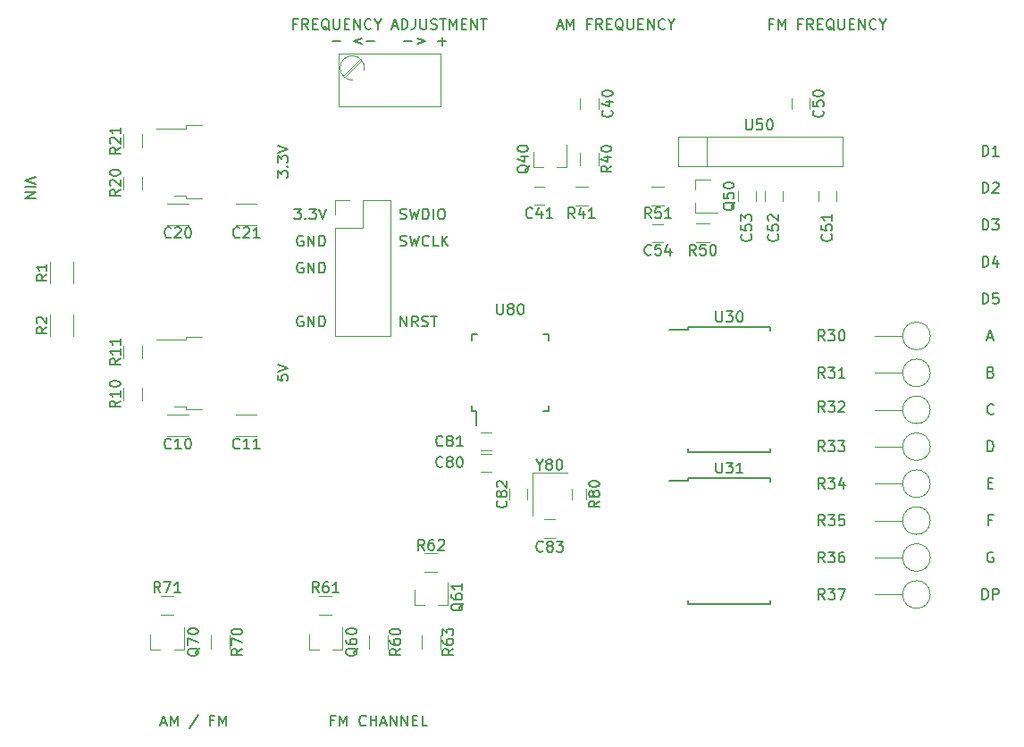
<source format=gto>
G04 #@! TF.GenerationSoftware,KiCad,Pcbnew,(5.1.7)-1*
G04 #@! TF.CreationDate,2022-09-30T21:09:14+02:00*
G04 #@! TF.ProjectId,Zaehler-Modul,5a616568-6c65-4722-9d4d-6f64756c2e6b,rev?*
G04 #@! TF.SameCoordinates,Original*
G04 #@! TF.FileFunction,Legend,Top*
G04 #@! TF.FilePolarity,Positive*
%FSLAX46Y46*%
G04 Gerber Fmt 4.6, Leading zero omitted, Abs format (unit mm)*
G04 Created by KiCad (PCBNEW (5.1.7)-1) date 2022-09-30 21:09:14*
%MOMM*%
%LPD*%
G01*
G04 APERTURE LIST*
%ADD10C,0.150000*%
%ADD11C,0.120000*%
%ADD12C,1.600000*%
%ADD13O,1.600000X1.600000*%
%ADD14R,1.700000X0.900000*%
%ADD15R,0.900000X0.500000*%
%ADD16R,1.000000X1.250000*%
%ADD17R,2.200000X1.200000*%
%ADD18R,6.400000X5.800000*%
%ADD19R,1.300000X0.700000*%
%ADD20R,1.000000X1.600000*%
%ADD21C,2.000000*%
%ADD22R,2.000000X0.600000*%
%ADD23C,2.500000*%
%ADD24C,5.600000*%
%ADD25R,1.200000X1.400000*%
%ADD26R,0.250000X1.300000*%
%ADD27R,1.300000X0.250000*%
%ADD28R,1.600000X1.600000*%
%ADD29C,1.440000*%
%ADD30R,0.700000X1.300000*%
%ADD31R,0.900000X0.800000*%
%ADD32R,0.800000X0.900000*%
%ADD33R,1.700000X1.700000*%
%ADD34O,1.700000X1.700000*%
%ADD35R,1.250000X1.000000*%
G04 APERTURE END LIST*
D10*
X105202380Y-111190476D02*
X105202380Y-111666666D01*
X105678571Y-111714285D01*
X105630952Y-111666666D01*
X105583333Y-111571428D01*
X105583333Y-111333333D01*
X105630952Y-111238095D01*
X105678571Y-111190476D01*
X105773809Y-111142857D01*
X106011904Y-111142857D01*
X106107142Y-111190476D01*
X106154761Y-111238095D01*
X106202380Y-111333333D01*
X106202380Y-111571428D01*
X106154761Y-111666666D01*
X106107142Y-111714285D01*
X105202380Y-110857142D02*
X106202380Y-110523809D01*
X105202380Y-110190476D01*
X105202380Y-92476190D02*
X105202380Y-91857142D01*
X105583333Y-92190476D01*
X105583333Y-92047619D01*
X105630952Y-91952380D01*
X105678571Y-91904761D01*
X105773809Y-91857142D01*
X106011904Y-91857142D01*
X106107142Y-91904761D01*
X106154761Y-91952380D01*
X106202380Y-92047619D01*
X106202380Y-92333333D01*
X106154761Y-92428571D01*
X106107142Y-92476190D01*
X106107142Y-91428571D02*
X106154761Y-91380952D01*
X106202380Y-91428571D01*
X106154761Y-91476190D01*
X106107142Y-91428571D01*
X106202380Y-91428571D01*
X105202380Y-91047619D02*
X105202380Y-90428571D01*
X105583333Y-90761904D01*
X105583333Y-90619047D01*
X105630952Y-90523809D01*
X105678571Y-90476190D01*
X105773809Y-90428571D01*
X106011904Y-90428571D01*
X106107142Y-90476190D01*
X106154761Y-90523809D01*
X106202380Y-90619047D01*
X106202380Y-90904761D01*
X106154761Y-91000000D01*
X106107142Y-91047619D01*
X105202380Y-90142857D02*
X106202380Y-89809523D01*
X105202380Y-89476190D01*
X82297619Y-92404761D02*
X81297619Y-92738095D01*
X82297619Y-93071428D01*
X81297619Y-93404761D02*
X82297619Y-93404761D01*
X81297619Y-93880952D02*
X82297619Y-93880952D01*
X81297619Y-94452380D01*
X82297619Y-94452380D01*
X172892857Y-124928571D02*
X172559523Y-124928571D01*
X172559523Y-125452380D02*
X172559523Y-124452380D01*
X173035714Y-124452380D01*
X173011904Y-128000000D02*
X172916666Y-127952380D01*
X172773809Y-127952380D01*
X172630952Y-128000000D01*
X172535714Y-128095238D01*
X172488095Y-128190476D01*
X172440476Y-128380952D01*
X172440476Y-128523809D01*
X172488095Y-128714285D01*
X172535714Y-128809523D01*
X172630952Y-128904761D01*
X172773809Y-128952380D01*
X172869047Y-128952380D01*
X173011904Y-128904761D01*
X173059523Y-128857142D01*
X173059523Y-128523809D01*
X172869047Y-128523809D01*
X171988095Y-132452380D02*
X171988095Y-131452380D01*
X172226190Y-131452380D01*
X172369047Y-131500000D01*
X172464285Y-131595238D01*
X172511904Y-131690476D01*
X172559523Y-131880952D01*
X172559523Y-132023809D01*
X172511904Y-132214285D01*
X172464285Y-132309523D01*
X172369047Y-132404761D01*
X172226190Y-132452380D01*
X171988095Y-132452380D01*
X172988095Y-132452380D02*
X172988095Y-131452380D01*
X173369047Y-131452380D01*
X173464285Y-131500000D01*
X173511904Y-131547619D01*
X173559523Y-131642857D01*
X173559523Y-131785714D01*
X173511904Y-131880952D01*
X173464285Y-131928571D01*
X173369047Y-131976190D01*
X172988095Y-131976190D01*
X172821428Y-110928571D02*
X172964285Y-110976190D01*
X173011904Y-111023809D01*
X173059523Y-111119047D01*
X173059523Y-111261904D01*
X173011904Y-111357142D01*
X172964285Y-111404761D01*
X172869047Y-111452380D01*
X172488095Y-111452380D01*
X172488095Y-110452380D01*
X172821428Y-110452380D01*
X172916666Y-110500000D01*
X172964285Y-110547619D01*
X173011904Y-110642857D01*
X173011904Y-110738095D01*
X172964285Y-110833333D01*
X172916666Y-110880952D01*
X172821428Y-110928571D01*
X172488095Y-110928571D01*
X172511904Y-107666666D02*
X172988095Y-107666666D01*
X172416666Y-107952380D02*
X172750000Y-106952380D01*
X173083333Y-107952380D01*
X173059523Y-114857142D02*
X173011904Y-114904761D01*
X172869047Y-114952380D01*
X172773809Y-114952380D01*
X172630952Y-114904761D01*
X172535714Y-114809523D01*
X172488095Y-114714285D01*
X172440476Y-114523809D01*
X172440476Y-114380952D01*
X172488095Y-114190476D01*
X172535714Y-114095238D01*
X172630952Y-114000000D01*
X172773809Y-113952380D01*
X172869047Y-113952380D01*
X173011904Y-114000000D01*
X173059523Y-114047619D01*
X172488095Y-118452380D02*
X172488095Y-117452380D01*
X172726190Y-117452380D01*
X172869047Y-117500000D01*
X172964285Y-117595238D01*
X173011904Y-117690476D01*
X173059523Y-117880952D01*
X173059523Y-118023809D01*
X173011904Y-118214285D01*
X172964285Y-118309523D01*
X172869047Y-118404761D01*
X172726190Y-118452380D01*
X172488095Y-118452380D01*
X172535714Y-121428571D02*
X172869047Y-121428571D01*
X173011904Y-121952380D02*
X172535714Y-121952380D01*
X172535714Y-120952380D01*
X173011904Y-120952380D01*
X172011904Y-104452380D02*
X172011904Y-103452380D01*
X172250000Y-103452380D01*
X172392857Y-103500000D01*
X172488095Y-103595238D01*
X172535714Y-103690476D01*
X172583333Y-103880952D01*
X172583333Y-104023809D01*
X172535714Y-104214285D01*
X172488095Y-104309523D01*
X172392857Y-104404761D01*
X172250000Y-104452380D01*
X172011904Y-104452380D01*
X173488095Y-103452380D02*
X173011904Y-103452380D01*
X172964285Y-103928571D01*
X173011904Y-103880952D01*
X173107142Y-103833333D01*
X173345238Y-103833333D01*
X173440476Y-103880952D01*
X173488095Y-103928571D01*
X173535714Y-104023809D01*
X173535714Y-104261904D01*
X173488095Y-104357142D01*
X173440476Y-104404761D01*
X173345238Y-104452380D01*
X173107142Y-104452380D01*
X173011904Y-104404761D01*
X172964285Y-104357142D01*
X172011904Y-100952380D02*
X172011904Y-99952380D01*
X172250000Y-99952380D01*
X172392857Y-100000000D01*
X172488095Y-100095238D01*
X172535714Y-100190476D01*
X172583333Y-100380952D01*
X172583333Y-100523809D01*
X172535714Y-100714285D01*
X172488095Y-100809523D01*
X172392857Y-100904761D01*
X172250000Y-100952380D01*
X172011904Y-100952380D01*
X173440476Y-100285714D02*
X173440476Y-100952380D01*
X173202380Y-99904761D02*
X172964285Y-100619047D01*
X173583333Y-100619047D01*
X172011904Y-97452380D02*
X172011904Y-96452380D01*
X172250000Y-96452380D01*
X172392857Y-96500000D01*
X172488095Y-96595238D01*
X172535714Y-96690476D01*
X172583333Y-96880952D01*
X172583333Y-97023809D01*
X172535714Y-97214285D01*
X172488095Y-97309523D01*
X172392857Y-97404761D01*
X172250000Y-97452380D01*
X172011904Y-97452380D01*
X172916666Y-96452380D02*
X173535714Y-96452380D01*
X173202380Y-96833333D01*
X173345238Y-96833333D01*
X173440476Y-96880952D01*
X173488095Y-96928571D01*
X173535714Y-97023809D01*
X173535714Y-97261904D01*
X173488095Y-97357142D01*
X173440476Y-97404761D01*
X173345238Y-97452380D01*
X173059523Y-97452380D01*
X172964285Y-97404761D01*
X172916666Y-97357142D01*
X172011904Y-93952380D02*
X172011904Y-92952380D01*
X172250000Y-92952380D01*
X172392857Y-93000000D01*
X172488095Y-93095238D01*
X172535714Y-93190476D01*
X172583333Y-93380952D01*
X172583333Y-93523809D01*
X172535714Y-93714285D01*
X172488095Y-93809523D01*
X172392857Y-93904761D01*
X172250000Y-93952380D01*
X172011904Y-93952380D01*
X172964285Y-93047619D02*
X173011904Y-93000000D01*
X173107142Y-92952380D01*
X173345238Y-92952380D01*
X173440476Y-93000000D01*
X173488095Y-93047619D01*
X173535714Y-93142857D01*
X173535714Y-93238095D01*
X173488095Y-93380952D01*
X172916666Y-93952380D01*
X173535714Y-93952380D01*
X172011904Y-90452380D02*
X172011904Y-89452380D01*
X172250000Y-89452380D01*
X172392857Y-89500000D01*
X172488095Y-89595238D01*
X172535714Y-89690476D01*
X172583333Y-89880952D01*
X172583333Y-90023809D01*
X172535714Y-90214285D01*
X172488095Y-90309523D01*
X172392857Y-90404761D01*
X172250000Y-90452380D01*
X172011904Y-90452380D01*
X173535714Y-90452380D02*
X172964285Y-90452380D01*
X173250000Y-90452380D02*
X173250000Y-89452380D01*
X173154761Y-89595238D01*
X173059523Y-89690476D01*
X172964285Y-89738095D01*
X106807261Y-95452380D02*
X107426309Y-95452380D01*
X107092976Y-95833333D01*
X107235833Y-95833333D01*
X107331071Y-95880952D01*
X107378690Y-95928571D01*
X107426309Y-96023809D01*
X107426309Y-96261904D01*
X107378690Y-96357142D01*
X107331071Y-96404761D01*
X107235833Y-96452380D01*
X106950119Y-96452380D01*
X106854880Y-96404761D01*
X106807261Y-96357142D01*
X107854880Y-96357142D02*
X107902500Y-96404761D01*
X107854880Y-96452380D01*
X107807261Y-96404761D01*
X107854880Y-96357142D01*
X107854880Y-96452380D01*
X108235833Y-95452380D02*
X108854880Y-95452380D01*
X108521547Y-95833333D01*
X108664404Y-95833333D01*
X108759642Y-95880952D01*
X108807261Y-95928571D01*
X108854880Y-96023809D01*
X108854880Y-96261904D01*
X108807261Y-96357142D01*
X108759642Y-96404761D01*
X108664404Y-96452380D01*
X108378690Y-96452380D01*
X108283452Y-96404761D01*
X108235833Y-96357142D01*
X109140595Y-95452380D02*
X109473928Y-96452380D01*
X109807261Y-95452380D01*
X107616785Y-98040000D02*
X107521547Y-97992380D01*
X107378690Y-97992380D01*
X107235833Y-98040000D01*
X107140595Y-98135238D01*
X107092976Y-98230476D01*
X107045357Y-98420952D01*
X107045357Y-98563809D01*
X107092976Y-98754285D01*
X107140595Y-98849523D01*
X107235833Y-98944761D01*
X107378690Y-98992380D01*
X107473928Y-98992380D01*
X107616785Y-98944761D01*
X107664404Y-98897142D01*
X107664404Y-98563809D01*
X107473928Y-98563809D01*
X108092976Y-98992380D02*
X108092976Y-97992380D01*
X108664404Y-98992380D01*
X108664404Y-97992380D01*
X109140595Y-98992380D02*
X109140595Y-97992380D01*
X109378690Y-97992380D01*
X109521547Y-98040000D01*
X109616785Y-98135238D01*
X109664404Y-98230476D01*
X109712023Y-98420952D01*
X109712023Y-98563809D01*
X109664404Y-98754285D01*
X109616785Y-98849523D01*
X109521547Y-98944761D01*
X109378690Y-98992380D01*
X109140595Y-98992380D01*
X107616785Y-100580000D02*
X107521547Y-100532380D01*
X107378690Y-100532380D01*
X107235833Y-100580000D01*
X107140595Y-100675238D01*
X107092976Y-100770476D01*
X107045357Y-100960952D01*
X107045357Y-101103809D01*
X107092976Y-101294285D01*
X107140595Y-101389523D01*
X107235833Y-101484761D01*
X107378690Y-101532380D01*
X107473928Y-101532380D01*
X107616785Y-101484761D01*
X107664404Y-101437142D01*
X107664404Y-101103809D01*
X107473928Y-101103809D01*
X108092976Y-101532380D02*
X108092976Y-100532380D01*
X108664404Y-101532380D01*
X108664404Y-100532380D01*
X109140595Y-101532380D02*
X109140595Y-100532380D01*
X109378690Y-100532380D01*
X109521547Y-100580000D01*
X109616785Y-100675238D01*
X109664404Y-100770476D01*
X109712023Y-100960952D01*
X109712023Y-101103809D01*
X109664404Y-101294285D01*
X109616785Y-101389523D01*
X109521547Y-101484761D01*
X109378690Y-101532380D01*
X109140595Y-101532380D01*
X107616785Y-105660000D02*
X107521547Y-105612380D01*
X107378690Y-105612380D01*
X107235833Y-105660000D01*
X107140595Y-105755238D01*
X107092976Y-105850476D01*
X107045357Y-106040952D01*
X107045357Y-106183809D01*
X107092976Y-106374285D01*
X107140595Y-106469523D01*
X107235833Y-106564761D01*
X107378690Y-106612380D01*
X107473928Y-106612380D01*
X107616785Y-106564761D01*
X107664404Y-106517142D01*
X107664404Y-106183809D01*
X107473928Y-106183809D01*
X108092976Y-106612380D02*
X108092976Y-105612380D01*
X108664404Y-106612380D01*
X108664404Y-105612380D01*
X109140595Y-106612380D02*
X109140595Y-105612380D01*
X109378690Y-105612380D01*
X109521547Y-105660000D01*
X109616785Y-105755238D01*
X109664404Y-105850476D01*
X109712023Y-106040952D01*
X109712023Y-106183809D01*
X109664404Y-106374285D01*
X109616785Y-106469523D01*
X109521547Y-106564761D01*
X109378690Y-106612380D01*
X109140595Y-106612380D01*
X116875595Y-106612380D02*
X116875595Y-105612380D01*
X117447023Y-106612380D01*
X117447023Y-105612380D01*
X118494642Y-106612380D02*
X118161309Y-106136190D01*
X117923214Y-106612380D02*
X117923214Y-105612380D01*
X118304166Y-105612380D01*
X118399404Y-105660000D01*
X118447023Y-105707619D01*
X118494642Y-105802857D01*
X118494642Y-105945714D01*
X118447023Y-106040952D01*
X118399404Y-106088571D01*
X118304166Y-106136190D01*
X117923214Y-106136190D01*
X118875595Y-106564761D02*
X119018452Y-106612380D01*
X119256547Y-106612380D01*
X119351785Y-106564761D01*
X119399404Y-106517142D01*
X119447023Y-106421904D01*
X119447023Y-106326666D01*
X119399404Y-106231428D01*
X119351785Y-106183809D01*
X119256547Y-106136190D01*
X119066071Y-106088571D01*
X118970833Y-106040952D01*
X118923214Y-105993333D01*
X118875595Y-105898095D01*
X118875595Y-105802857D01*
X118923214Y-105707619D01*
X118970833Y-105660000D01*
X119066071Y-105612380D01*
X119304166Y-105612380D01*
X119447023Y-105660000D01*
X119732738Y-105612380D02*
X120304166Y-105612380D01*
X120018452Y-106612380D02*
X120018452Y-105612380D01*
X116827976Y-98944761D02*
X116970833Y-98992380D01*
X117208928Y-98992380D01*
X117304166Y-98944761D01*
X117351785Y-98897142D01*
X117399404Y-98801904D01*
X117399404Y-98706666D01*
X117351785Y-98611428D01*
X117304166Y-98563809D01*
X117208928Y-98516190D01*
X117018452Y-98468571D01*
X116923214Y-98420952D01*
X116875595Y-98373333D01*
X116827976Y-98278095D01*
X116827976Y-98182857D01*
X116875595Y-98087619D01*
X116923214Y-98040000D01*
X117018452Y-97992380D01*
X117256547Y-97992380D01*
X117399404Y-98040000D01*
X117732738Y-97992380D02*
X117970833Y-98992380D01*
X118161309Y-98278095D01*
X118351785Y-98992380D01*
X118589880Y-97992380D01*
X119542261Y-98897142D02*
X119494642Y-98944761D01*
X119351785Y-98992380D01*
X119256547Y-98992380D01*
X119113690Y-98944761D01*
X119018452Y-98849523D01*
X118970833Y-98754285D01*
X118923214Y-98563809D01*
X118923214Y-98420952D01*
X118970833Y-98230476D01*
X119018452Y-98135238D01*
X119113690Y-98040000D01*
X119256547Y-97992380D01*
X119351785Y-97992380D01*
X119494642Y-98040000D01*
X119542261Y-98087619D01*
X120447023Y-98992380D02*
X119970833Y-98992380D01*
X119970833Y-97992380D01*
X120780357Y-98992380D02*
X120780357Y-97992380D01*
X121351785Y-98992380D02*
X120923214Y-98420952D01*
X121351785Y-97992380D02*
X120780357Y-98563809D01*
X116827976Y-96404761D02*
X116970833Y-96452380D01*
X117208928Y-96452380D01*
X117304166Y-96404761D01*
X117351785Y-96357142D01*
X117399404Y-96261904D01*
X117399404Y-96166666D01*
X117351785Y-96071428D01*
X117304166Y-96023809D01*
X117208928Y-95976190D01*
X117018452Y-95928571D01*
X116923214Y-95880952D01*
X116875595Y-95833333D01*
X116827976Y-95738095D01*
X116827976Y-95642857D01*
X116875595Y-95547619D01*
X116923214Y-95500000D01*
X117018452Y-95452380D01*
X117256547Y-95452380D01*
X117399404Y-95500000D01*
X117732738Y-95452380D02*
X117970833Y-96452380D01*
X118161309Y-95738095D01*
X118351785Y-96452380D01*
X118589880Y-95452380D01*
X118970833Y-96452380D02*
X118970833Y-95452380D01*
X119208928Y-95452380D01*
X119351785Y-95500000D01*
X119447023Y-95595238D01*
X119494642Y-95690476D01*
X119542261Y-95880952D01*
X119542261Y-96023809D01*
X119494642Y-96214285D01*
X119447023Y-96309523D01*
X119351785Y-96404761D01*
X119208928Y-96452380D01*
X118970833Y-96452380D01*
X119970833Y-96452380D02*
X119970833Y-95452380D01*
X120637500Y-95452380D02*
X120827976Y-95452380D01*
X120923214Y-95500000D01*
X121018452Y-95595238D01*
X121066071Y-95785714D01*
X121066071Y-96119047D01*
X121018452Y-96309523D01*
X120923214Y-96404761D01*
X120827976Y-96452380D01*
X120637500Y-96452380D01*
X120542261Y-96404761D01*
X120447023Y-96309523D01*
X120399404Y-96119047D01*
X120399404Y-95785714D01*
X120447023Y-95595238D01*
X120542261Y-95500000D01*
X120637500Y-95452380D01*
X110583333Y-143928571D02*
X110250000Y-143928571D01*
X110250000Y-144452380D02*
X110250000Y-143452380D01*
X110726190Y-143452380D01*
X111107142Y-144452380D02*
X111107142Y-143452380D01*
X111440476Y-144166666D01*
X111773809Y-143452380D01*
X111773809Y-144452380D01*
X113583333Y-144357142D02*
X113535714Y-144404761D01*
X113392857Y-144452380D01*
X113297619Y-144452380D01*
X113154761Y-144404761D01*
X113059523Y-144309523D01*
X113011904Y-144214285D01*
X112964285Y-144023809D01*
X112964285Y-143880952D01*
X113011904Y-143690476D01*
X113059523Y-143595238D01*
X113154761Y-143500000D01*
X113297619Y-143452380D01*
X113392857Y-143452380D01*
X113535714Y-143500000D01*
X113583333Y-143547619D01*
X114011904Y-144452380D02*
X114011904Y-143452380D01*
X114011904Y-143928571D02*
X114583333Y-143928571D01*
X114583333Y-144452380D02*
X114583333Y-143452380D01*
X115011904Y-144166666D02*
X115488095Y-144166666D01*
X114916666Y-144452380D02*
X115250000Y-143452380D01*
X115583333Y-144452380D01*
X115916666Y-144452380D02*
X115916666Y-143452380D01*
X116488095Y-144452380D01*
X116488095Y-143452380D01*
X116964285Y-144452380D02*
X116964285Y-143452380D01*
X117535714Y-144452380D01*
X117535714Y-143452380D01*
X118011904Y-143928571D02*
X118345238Y-143928571D01*
X118488095Y-144452380D02*
X118011904Y-144452380D01*
X118011904Y-143452380D01*
X118488095Y-143452380D01*
X119392857Y-144452380D02*
X118916666Y-144452380D01*
X118916666Y-143452380D01*
X94154761Y-144166666D02*
X94630952Y-144166666D01*
X94059523Y-144452380D02*
X94392857Y-143452380D01*
X94726190Y-144452380D01*
X95059523Y-144452380D02*
X95059523Y-143452380D01*
X95392857Y-144166666D01*
X95726190Y-143452380D01*
X95726190Y-144452380D01*
X97678571Y-143404761D02*
X96821428Y-144690476D01*
X99107142Y-143928571D02*
X98773809Y-143928571D01*
X98773809Y-144452380D02*
X98773809Y-143452380D01*
X99250000Y-143452380D01*
X99630952Y-144452380D02*
X99630952Y-143452380D01*
X99964285Y-144166666D01*
X100297619Y-143452380D01*
X100297619Y-144452380D01*
X110409047Y-79571428D02*
X111170952Y-79571428D01*
X113170952Y-79285714D02*
X112409047Y-79571428D01*
X113170952Y-79857142D01*
X113647142Y-79571428D02*
X114409047Y-79571428D01*
X117170952Y-79571428D02*
X117932857Y-79571428D01*
X118409047Y-79285714D02*
X119170952Y-79571428D01*
X118409047Y-79857142D01*
X120409047Y-79571428D02*
X121170952Y-79571428D01*
X120790000Y-79952380D02*
X120790000Y-79190476D01*
X152107142Y-77928571D02*
X151773809Y-77928571D01*
X151773809Y-78452380D02*
X151773809Y-77452380D01*
X152250000Y-77452380D01*
X152630952Y-78452380D02*
X152630952Y-77452380D01*
X152964285Y-78166666D01*
X153297619Y-77452380D01*
X153297619Y-78452380D01*
X154869047Y-77928571D02*
X154535714Y-77928571D01*
X154535714Y-78452380D02*
X154535714Y-77452380D01*
X155011904Y-77452380D01*
X155964285Y-78452380D02*
X155630952Y-77976190D01*
X155392857Y-78452380D02*
X155392857Y-77452380D01*
X155773809Y-77452380D01*
X155869047Y-77500000D01*
X155916666Y-77547619D01*
X155964285Y-77642857D01*
X155964285Y-77785714D01*
X155916666Y-77880952D01*
X155869047Y-77928571D01*
X155773809Y-77976190D01*
X155392857Y-77976190D01*
X156392857Y-77928571D02*
X156726190Y-77928571D01*
X156869047Y-78452380D02*
X156392857Y-78452380D01*
X156392857Y-77452380D01*
X156869047Y-77452380D01*
X157964285Y-78547619D02*
X157869047Y-78500000D01*
X157773809Y-78404761D01*
X157630952Y-78261904D01*
X157535714Y-78214285D01*
X157440476Y-78214285D01*
X157488095Y-78452380D02*
X157392857Y-78404761D01*
X157297619Y-78309523D01*
X157250000Y-78119047D01*
X157250000Y-77785714D01*
X157297619Y-77595238D01*
X157392857Y-77500000D01*
X157488095Y-77452380D01*
X157678571Y-77452380D01*
X157773809Y-77500000D01*
X157869047Y-77595238D01*
X157916666Y-77785714D01*
X157916666Y-78119047D01*
X157869047Y-78309523D01*
X157773809Y-78404761D01*
X157678571Y-78452380D01*
X157488095Y-78452380D01*
X158345238Y-77452380D02*
X158345238Y-78261904D01*
X158392857Y-78357142D01*
X158440476Y-78404761D01*
X158535714Y-78452380D01*
X158726190Y-78452380D01*
X158821428Y-78404761D01*
X158869047Y-78357142D01*
X158916666Y-78261904D01*
X158916666Y-77452380D01*
X159392857Y-77928571D02*
X159726190Y-77928571D01*
X159869047Y-78452380D02*
X159392857Y-78452380D01*
X159392857Y-77452380D01*
X159869047Y-77452380D01*
X160297619Y-78452380D02*
X160297619Y-77452380D01*
X160869047Y-78452380D01*
X160869047Y-77452380D01*
X161916666Y-78357142D02*
X161869047Y-78404761D01*
X161726190Y-78452380D01*
X161630952Y-78452380D01*
X161488095Y-78404761D01*
X161392857Y-78309523D01*
X161345238Y-78214285D01*
X161297619Y-78023809D01*
X161297619Y-77880952D01*
X161345238Y-77690476D01*
X161392857Y-77595238D01*
X161488095Y-77500000D01*
X161630952Y-77452380D01*
X161726190Y-77452380D01*
X161869047Y-77500000D01*
X161916666Y-77547619D01*
X162535714Y-77976190D02*
X162535714Y-78452380D01*
X162202380Y-77452380D02*
X162535714Y-77976190D01*
X162869047Y-77452380D01*
X131726190Y-78166666D02*
X132202380Y-78166666D01*
X131630952Y-78452380D02*
X131964285Y-77452380D01*
X132297619Y-78452380D01*
X132630952Y-78452380D02*
X132630952Y-77452380D01*
X132964285Y-78166666D01*
X133297619Y-77452380D01*
X133297619Y-78452380D01*
X134869047Y-77928571D02*
X134535714Y-77928571D01*
X134535714Y-78452380D02*
X134535714Y-77452380D01*
X135011904Y-77452380D01*
X135964285Y-78452380D02*
X135630952Y-77976190D01*
X135392857Y-78452380D02*
X135392857Y-77452380D01*
X135773809Y-77452380D01*
X135869047Y-77500000D01*
X135916666Y-77547619D01*
X135964285Y-77642857D01*
X135964285Y-77785714D01*
X135916666Y-77880952D01*
X135869047Y-77928571D01*
X135773809Y-77976190D01*
X135392857Y-77976190D01*
X136392857Y-77928571D02*
X136726190Y-77928571D01*
X136869047Y-78452380D02*
X136392857Y-78452380D01*
X136392857Y-77452380D01*
X136869047Y-77452380D01*
X137964285Y-78547619D02*
X137869047Y-78500000D01*
X137773809Y-78404761D01*
X137630952Y-78261904D01*
X137535714Y-78214285D01*
X137440476Y-78214285D01*
X137488095Y-78452380D02*
X137392857Y-78404761D01*
X137297619Y-78309523D01*
X137250000Y-78119047D01*
X137250000Y-77785714D01*
X137297619Y-77595238D01*
X137392857Y-77500000D01*
X137488095Y-77452380D01*
X137678571Y-77452380D01*
X137773809Y-77500000D01*
X137869047Y-77595238D01*
X137916666Y-77785714D01*
X137916666Y-78119047D01*
X137869047Y-78309523D01*
X137773809Y-78404761D01*
X137678571Y-78452380D01*
X137488095Y-78452380D01*
X138345238Y-77452380D02*
X138345238Y-78261904D01*
X138392857Y-78357142D01*
X138440476Y-78404761D01*
X138535714Y-78452380D01*
X138726190Y-78452380D01*
X138821428Y-78404761D01*
X138869047Y-78357142D01*
X138916666Y-78261904D01*
X138916666Y-77452380D01*
X139392857Y-77928571D02*
X139726190Y-77928571D01*
X139869047Y-78452380D02*
X139392857Y-78452380D01*
X139392857Y-77452380D01*
X139869047Y-77452380D01*
X140297619Y-78452380D02*
X140297619Y-77452380D01*
X140869047Y-78452380D01*
X140869047Y-77452380D01*
X141916666Y-78357142D02*
X141869047Y-78404761D01*
X141726190Y-78452380D01*
X141630952Y-78452380D01*
X141488095Y-78404761D01*
X141392857Y-78309523D01*
X141345238Y-78214285D01*
X141297619Y-78023809D01*
X141297619Y-77880952D01*
X141345238Y-77690476D01*
X141392857Y-77595238D01*
X141488095Y-77500000D01*
X141630952Y-77452380D01*
X141726190Y-77452380D01*
X141869047Y-77500000D01*
X141916666Y-77547619D01*
X142535714Y-77976190D02*
X142535714Y-78452380D01*
X142202380Y-77452380D02*
X142535714Y-77976190D01*
X142869047Y-77452380D01*
X107028095Y-77928571D02*
X106694761Y-77928571D01*
X106694761Y-78452380D02*
X106694761Y-77452380D01*
X107170952Y-77452380D01*
X108123333Y-78452380D02*
X107790000Y-77976190D01*
X107551904Y-78452380D02*
X107551904Y-77452380D01*
X107932857Y-77452380D01*
X108028095Y-77500000D01*
X108075714Y-77547619D01*
X108123333Y-77642857D01*
X108123333Y-77785714D01*
X108075714Y-77880952D01*
X108028095Y-77928571D01*
X107932857Y-77976190D01*
X107551904Y-77976190D01*
X108551904Y-77928571D02*
X108885238Y-77928571D01*
X109028095Y-78452380D02*
X108551904Y-78452380D01*
X108551904Y-77452380D01*
X109028095Y-77452380D01*
X110123333Y-78547619D02*
X110028095Y-78500000D01*
X109932857Y-78404761D01*
X109790000Y-78261904D01*
X109694761Y-78214285D01*
X109599523Y-78214285D01*
X109647142Y-78452380D02*
X109551904Y-78404761D01*
X109456666Y-78309523D01*
X109409047Y-78119047D01*
X109409047Y-77785714D01*
X109456666Y-77595238D01*
X109551904Y-77500000D01*
X109647142Y-77452380D01*
X109837619Y-77452380D01*
X109932857Y-77500000D01*
X110028095Y-77595238D01*
X110075714Y-77785714D01*
X110075714Y-78119047D01*
X110028095Y-78309523D01*
X109932857Y-78404761D01*
X109837619Y-78452380D01*
X109647142Y-78452380D01*
X110504285Y-77452380D02*
X110504285Y-78261904D01*
X110551904Y-78357142D01*
X110599523Y-78404761D01*
X110694761Y-78452380D01*
X110885238Y-78452380D01*
X110980476Y-78404761D01*
X111028095Y-78357142D01*
X111075714Y-78261904D01*
X111075714Y-77452380D01*
X111551904Y-77928571D02*
X111885238Y-77928571D01*
X112028095Y-78452380D02*
X111551904Y-78452380D01*
X111551904Y-77452380D01*
X112028095Y-77452380D01*
X112456666Y-78452380D02*
X112456666Y-77452380D01*
X113028095Y-78452380D01*
X113028095Y-77452380D01*
X114075714Y-78357142D02*
X114028095Y-78404761D01*
X113885238Y-78452380D01*
X113790000Y-78452380D01*
X113647142Y-78404761D01*
X113551904Y-78309523D01*
X113504285Y-78214285D01*
X113456666Y-78023809D01*
X113456666Y-77880952D01*
X113504285Y-77690476D01*
X113551904Y-77595238D01*
X113647142Y-77500000D01*
X113790000Y-77452380D01*
X113885238Y-77452380D01*
X114028095Y-77500000D01*
X114075714Y-77547619D01*
X114694761Y-77976190D02*
X114694761Y-78452380D01*
X114361428Y-77452380D02*
X114694761Y-77976190D01*
X115028095Y-77452380D01*
X116075714Y-78166666D02*
X116551904Y-78166666D01*
X115980476Y-78452380D02*
X116313809Y-77452380D01*
X116647142Y-78452380D01*
X116980476Y-78452380D02*
X116980476Y-77452380D01*
X117218571Y-77452380D01*
X117361428Y-77500000D01*
X117456666Y-77595238D01*
X117504285Y-77690476D01*
X117551904Y-77880952D01*
X117551904Y-78023809D01*
X117504285Y-78214285D01*
X117456666Y-78309523D01*
X117361428Y-78404761D01*
X117218571Y-78452380D01*
X116980476Y-78452380D01*
X118266190Y-77452380D02*
X118266190Y-78166666D01*
X118218571Y-78309523D01*
X118123333Y-78404761D01*
X117980476Y-78452380D01*
X117885238Y-78452380D01*
X118742380Y-77452380D02*
X118742380Y-78261904D01*
X118790000Y-78357142D01*
X118837619Y-78404761D01*
X118932857Y-78452380D01*
X119123333Y-78452380D01*
X119218571Y-78404761D01*
X119266190Y-78357142D01*
X119313809Y-78261904D01*
X119313809Y-77452380D01*
X119742380Y-78404761D02*
X119885238Y-78452380D01*
X120123333Y-78452380D01*
X120218571Y-78404761D01*
X120266190Y-78357142D01*
X120313809Y-78261904D01*
X120313809Y-78166666D01*
X120266190Y-78071428D01*
X120218571Y-78023809D01*
X120123333Y-77976190D01*
X119932857Y-77928571D01*
X119837619Y-77880952D01*
X119790000Y-77833333D01*
X119742380Y-77738095D01*
X119742380Y-77642857D01*
X119790000Y-77547619D01*
X119837619Y-77500000D01*
X119932857Y-77452380D01*
X120170952Y-77452380D01*
X120313809Y-77500000D01*
X120599523Y-77452380D02*
X121170952Y-77452380D01*
X120885238Y-78452380D02*
X120885238Y-77452380D01*
X121504285Y-78452380D02*
X121504285Y-77452380D01*
X121837619Y-78166666D01*
X122170952Y-77452380D01*
X122170952Y-78452380D01*
X122647142Y-77928571D02*
X122980476Y-77928571D01*
X123123333Y-78452380D02*
X122647142Y-78452380D01*
X122647142Y-77452380D01*
X123123333Y-77452380D01*
X123551904Y-78452380D02*
X123551904Y-77452380D01*
X124123333Y-78452380D01*
X124123333Y-77452380D01*
X124456666Y-77452380D02*
X125028095Y-77452380D01*
X124742380Y-78452380D02*
X124742380Y-77452380D01*
D11*
X164440000Y-132000000D02*
X161770000Y-132000000D01*
X167060000Y-132000000D02*
G75*
G03*
X167060000Y-132000000I-1310000J0D01*
G01*
X164440000Y-128500000D02*
X161770000Y-128500000D01*
X167060000Y-128500000D02*
G75*
G03*
X167060000Y-128500000I-1310000J0D01*
G01*
X164440000Y-125000000D02*
X161770000Y-125000000D01*
X167060000Y-125000000D02*
G75*
G03*
X167060000Y-125000000I-1310000J0D01*
G01*
X164440000Y-121500000D02*
X161770000Y-121500000D01*
X167060000Y-121500000D02*
G75*
G03*
X167060000Y-121500000I-1310000J0D01*
G01*
X164440000Y-118000000D02*
X161770000Y-118000000D01*
X167060000Y-118000000D02*
G75*
G03*
X167060000Y-118000000I-1310000J0D01*
G01*
X164440000Y-114500000D02*
X161770000Y-114500000D01*
X167060000Y-114500000D02*
G75*
G03*
X167060000Y-114500000I-1310000J0D01*
G01*
X164440000Y-111000000D02*
X161770000Y-111000000D01*
X167060000Y-111000000D02*
G75*
G03*
X167060000Y-111000000I-1310000J0D01*
G01*
X164440000Y-107500000D02*
X161770000Y-107500000D01*
X167060000Y-107500000D02*
G75*
G03*
X167060000Y-107500000I-1310000J0D01*
G01*
X85820000Y-105500000D02*
X85820000Y-107500000D01*
X83680000Y-107500000D02*
X83680000Y-105500000D01*
X85820000Y-100500000D02*
X85820000Y-102500000D01*
X83680000Y-102500000D02*
X83680000Y-100500000D01*
X134430000Y-122000000D02*
X134430000Y-123000000D01*
X133070000Y-123000000D02*
X133070000Y-122000000D01*
X140750000Y-98600000D02*
X141750000Y-98600000D01*
X141750000Y-96900000D02*
X140750000Y-96900000D01*
X96530000Y-114180000D02*
X95430000Y-114180000D01*
X96530000Y-114450000D02*
X96530000Y-114180000D01*
X98030000Y-114450000D02*
X96530000Y-114450000D01*
X96530000Y-107820000D02*
X93700000Y-107820000D01*
X96530000Y-107550000D02*
X96530000Y-107820000D01*
X98030000Y-107550000D02*
X96530000Y-107550000D01*
X96530000Y-94180000D02*
X95430000Y-94180000D01*
X96530000Y-94450000D02*
X96530000Y-94180000D01*
X98030000Y-94450000D02*
X96530000Y-94450000D01*
X96530000Y-87820000D02*
X93700000Y-87820000D01*
X96530000Y-87550000D02*
X96530000Y-87820000D01*
X98030000Y-87550000D02*
X96530000Y-87550000D01*
X90620000Y-89600000D02*
X90620000Y-88400000D01*
X92380000Y-88400000D02*
X92380000Y-89600000D01*
X90620000Y-93600000D02*
X90620000Y-92400000D01*
X92380000Y-92400000D02*
X92380000Y-93600000D01*
X90620000Y-109600000D02*
X90620000Y-108400000D01*
X92380000Y-108400000D02*
X92380000Y-109600000D01*
X90620000Y-113600000D02*
X90620000Y-112400000D01*
X92380000Y-112400000D02*
X92380000Y-113600000D01*
X103250000Y-94980000D02*
X101250000Y-94980000D01*
X101250000Y-97020000D02*
X103250000Y-97020000D01*
X103250000Y-114980000D02*
X101250000Y-114980000D01*
X101250000Y-117020000D02*
X103250000Y-117020000D01*
X94750000Y-97020000D02*
X96750000Y-97020000D01*
X96750000Y-94980000D02*
X94750000Y-94980000D01*
X94750000Y-117020000D02*
X96750000Y-117020000D01*
X96750000Y-114980000D02*
X94750000Y-114980000D01*
D10*
X144125000Y-121220000D02*
X142300000Y-121220000D01*
X144125000Y-132870000D02*
X151875000Y-132870000D01*
X144125000Y-120970000D02*
X151875000Y-120970000D01*
X144125000Y-132870000D02*
X144125000Y-132525000D01*
X151875000Y-132870000D02*
X151875000Y-132525000D01*
X151875000Y-120970000D02*
X151875000Y-121315000D01*
X144125000Y-120970000D02*
X144125000Y-121220000D01*
X144125000Y-106880000D02*
X142300000Y-106880000D01*
X144125000Y-118530000D02*
X151875000Y-118530000D01*
X144125000Y-106630000D02*
X151875000Y-106630000D01*
X144125000Y-118530000D02*
X144125000Y-118185000D01*
X151875000Y-118530000D02*
X151875000Y-118185000D01*
X151875000Y-106630000D02*
X151875000Y-106975000D01*
X144125000Y-106630000D02*
X144125000Y-106880000D01*
D11*
X129350000Y-120500000D02*
X129350000Y-124500000D01*
X132650000Y-120500000D02*
X129350000Y-120500000D01*
D10*
X124075000Y-114625000D02*
X124075000Y-116000000D01*
X123625000Y-107375000D02*
X123625000Y-107900000D01*
X130875000Y-107375000D02*
X130875000Y-107900000D01*
X130875000Y-114625000D02*
X130875000Y-114100000D01*
X123625000Y-114625000D02*
X123625000Y-114100000D01*
X130875000Y-114625000D02*
X130350000Y-114625000D01*
X130875000Y-107375000D02*
X130350000Y-107375000D01*
X123625000Y-107375000D02*
X124150000Y-107375000D01*
X123625000Y-114625000D02*
X124075000Y-114625000D01*
D11*
X143150000Y-88600000D02*
X143150000Y-91400000D01*
X143150000Y-91400000D02*
X158730000Y-91400000D01*
X158730000Y-91400000D02*
X158730000Y-88600000D01*
X158730000Y-88600000D02*
X143150000Y-88600000D01*
X145860000Y-88600000D02*
X145860000Y-91400000D01*
X111559000Y-82975000D02*
X113171000Y-81365000D01*
X111419000Y-82834000D02*
X113030000Y-81224000D01*
X110965000Y-85720000D02*
X110965000Y-80769000D01*
X120615000Y-85720000D02*
X120615000Y-80769000D01*
X120615000Y-80769000D02*
X110965000Y-80769000D01*
X120615000Y-85720000D02*
X110965000Y-85720000D01*
X112335309Y-83254296D02*
G75*
G02*
X112295000Y-80945000I-40309J1154296D01*
G01*
X112274879Y-80945948D02*
G75*
G02*
X113424000Y-82340000I20121J-1154052D01*
G01*
X141850000Y-95130000D02*
X140650000Y-95130000D01*
X140650000Y-93370000D02*
X141850000Y-93370000D01*
X133400000Y-93370000D02*
X134600000Y-93370000D01*
X134600000Y-95130000D02*
X133400000Y-95130000D01*
X146100000Y-98630000D02*
X144900000Y-98630000D01*
X144900000Y-96870000D02*
X146100000Y-96870000D01*
X95350000Y-133880000D02*
X94150000Y-133880000D01*
X94150000Y-132120000D02*
X95350000Y-132120000D01*
X144740000Y-92670000D02*
X144740000Y-93600000D01*
X144740000Y-95830000D02*
X144740000Y-94900000D01*
X144740000Y-95830000D02*
X146900000Y-95830000D01*
X144740000Y-92670000D02*
X146200000Y-92670000D01*
X129420000Y-91510000D02*
X130350000Y-91510000D01*
X132580000Y-91510000D02*
X131650000Y-91510000D01*
X132580000Y-91510000D02*
X132580000Y-89350000D01*
X129420000Y-91510000D02*
X129420000Y-90050000D01*
X110670000Y-94670000D02*
X112000000Y-94670000D01*
X110670000Y-96000000D02*
X110670000Y-94670000D01*
X113270000Y-94670000D02*
X115870000Y-94670000D01*
X113270000Y-97270000D02*
X113270000Y-94670000D01*
X110670000Y-97270000D02*
X113270000Y-97270000D01*
X115870000Y-94670000D02*
X115870000Y-107490000D01*
X110670000Y-97270000D02*
X110670000Y-107490000D01*
X110670000Y-107490000D02*
X115870000Y-107490000D01*
X125500000Y-116650000D02*
X124500000Y-116650000D01*
X124500000Y-118350000D02*
X125500000Y-118350000D01*
X124500000Y-120350000D02*
X125500000Y-120350000D01*
X125500000Y-118650000D02*
X124500000Y-118650000D01*
X130500000Y-93400000D02*
X129500000Y-93400000D01*
X129500000Y-95100000D02*
X130500000Y-95100000D01*
X148820000Y-93750000D02*
X148820000Y-94750000D01*
X150520000Y-94750000D02*
X150520000Y-93750000D01*
X133900000Y-85000000D02*
X133900000Y-86000000D01*
X135600000Y-86000000D02*
X135600000Y-85000000D01*
X131500000Y-124900000D02*
X130500000Y-124900000D01*
X130500000Y-126600000D02*
X131500000Y-126600000D01*
X153060000Y-94750000D02*
X153060000Y-93750000D01*
X151360000Y-93750000D02*
X151360000Y-94750000D01*
X127150000Y-122000000D02*
X127150000Y-123000000D01*
X128850000Y-123000000D02*
X128850000Y-122000000D01*
X158140000Y-94750000D02*
X158140000Y-93750000D01*
X156440000Y-93750000D02*
X156440000Y-94750000D01*
X153900000Y-85000000D02*
X153900000Y-86000000D01*
X155600000Y-86000000D02*
X155600000Y-85000000D01*
X133870000Y-91350000D02*
X133870000Y-90150000D01*
X135630000Y-90150000D02*
X135630000Y-91350000D01*
X98870000Y-137100000D02*
X98870000Y-135900000D01*
X100630000Y-135900000D02*
X100630000Y-137100000D01*
X93170000Y-137260000D02*
X93170000Y-135800000D01*
X96330000Y-137260000D02*
X96330000Y-135100000D01*
X96330000Y-137260000D02*
X95400000Y-137260000D01*
X93170000Y-137260000D02*
X94100000Y-137260000D01*
X109150000Y-132120000D02*
X110350000Y-132120000D01*
X110350000Y-133880000D02*
X109150000Y-133880000D01*
X113870000Y-137100000D02*
X113870000Y-135900000D01*
X115630000Y-135900000D02*
X115630000Y-137100000D01*
X108170000Y-137260000D02*
X109100000Y-137260000D01*
X111330000Y-137260000D02*
X110400000Y-137260000D01*
X111330000Y-137260000D02*
X111330000Y-135100000D01*
X108170000Y-137260000D02*
X108170000Y-135800000D01*
X120630000Y-135900000D02*
X120630000Y-137100000D01*
X118870000Y-137100000D02*
X118870000Y-135900000D01*
X119150000Y-128120000D02*
X120350000Y-128120000D01*
X120350000Y-129880000D02*
X119150000Y-129880000D01*
X118170000Y-133010000D02*
X119100000Y-133010000D01*
X121330000Y-133010000D02*
X120400000Y-133010000D01*
X121330000Y-133010000D02*
X121330000Y-130850000D01*
X118170000Y-133010000D02*
X118170000Y-131550000D01*
D10*
X157057261Y-132452380D02*
X156723928Y-131976190D01*
X156485833Y-132452380D02*
X156485833Y-131452380D01*
X156866785Y-131452380D01*
X156962023Y-131500000D01*
X157009642Y-131547619D01*
X157057261Y-131642857D01*
X157057261Y-131785714D01*
X157009642Y-131880952D01*
X156962023Y-131928571D01*
X156866785Y-131976190D01*
X156485833Y-131976190D01*
X157390595Y-131452380D02*
X158009642Y-131452380D01*
X157676309Y-131833333D01*
X157819166Y-131833333D01*
X157914404Y-131880952D01*
X157962023Y-131928571D01*
X158009642Y-132023809D01*
X158009642Y-132261904D01*
X157962023Y-132357142D01*
X157914404Y-132404761D01*
X157819166Y-132452380D01*
X157533452Y-132452380D01*
X157438214Y-132404761D01*
X157390595Y-132357142D01*
X158342976Y-131452380D02*
X159009642Y-131452380D01*
X158581071Y-132452380D01*
X157057261Y-128952380D02*
X156723928Y-128476190D01*
X156485833Y-128952380D02*
X156485833Y-127952380D01*
X156866785Y-127952380D01*
X156962023Y-128000000D01*
X157009642Y-128047619D01*
X157057261Y-128142857D01*
X157057261Y-128285714D01*
X157009642Y-128380952D01*
X156962023Y-128428571D01*
X156866785Y-128476190D01*
X156485833Y-128476190D01*
X157390595Y-127952380D02*
X158009642Y-127952380D01*
X157676309Y-128333333D01*
X157819166Y-128333333D01*
X157914404Y-128380952D01*
X157962023Y-128428571D01*
X158009642Y-128523809D01*
X158009642Y-128761904D01*
X157962023Y-128857142D01*
X157914404Y-128904761D01*
X157819166Y-128952380D01*
X157533452Y-128952380D01*
X157438214Y-128904761D01*
X157390595Y-128857142D01*
X158866785Y-127952380D02*
X158676309Y-127952380D01*
X158581071Y-128000000D01*
X158533452Y-128047619D01*
X158438214Y-128190476D01*
X158390595Y-128380952D01*
X158390595Y-128761904D01*
X158438214Y-128857142D01*
X158485833Y-128904761D01*
X158581071Y-128952380D01*
X158771547Y-128952380D01*
X158866785Y-128904761D01*
X158914404Y-128857142D01*
X158962023Y-128761904D01*
X158962023Y-128523809D01*
X158914404Y-128428571D01*
X158866785Y-128380952D01*
X158771547Y-128333333D01*
X158581071Y-128333333D01*
X158485833Y-128380952D01*
X158438214Y-128428571D01*
X158390595Y-128523809D01*
X157057261Y-125452380D02*
X156723928Y-124976190D01*
X156485833Y-125452380D02*
X156485833Y-124452380D01*
X156866785Y-124452380D01*
X156962023Y-124500000D01*
X157009642Y-124547619D01*
X157057261Y-124642857D01*
X157057261Y-124785714D01*
X157009642Y-124880952D01*
X156962023Y-124928571D01*
X156866785Y-124976190D01*
X156485833Y-124976190D01*
X157390595Y-124452380D02*
X158009642Y-124452380D01*
X157676309Y-124833333D01*
X157819166Y-124833333D01*
X157914404Y-124880952D01*
X157962023Y-124928571D01*
X158009642Y-125023809D01*
X158009642Y-125261904D01*
X157962023Y-125357142D01*
X157914404Y-125404761D01*
X157819166Y-125452380D01*
X157533452Y-125452380D01*
X157438214Y-125404761D01*
X157390595Y-125357142D01*
X158914404Y-124452380D02*
X158438214Y-124452380D01*
X158390595Y-124928571D01*
X158438214Y-124880952D01*
X158533452Y-124833333D01*
X158771547Y-124833333D01*
X158866785Y-124880952D01*
X158914404Y-124928571D01*
X158962023Y-125023809D01*
X158962023Y-125261904D01*
X158914404Y-125357142D01*
X158866785Y-125404761D01*
X158771547Y-125452380D01*
X158533452Y-125452380D01*
X158438214Y-125404761D01*
X158390595Y-125357142D01*
X157057261Y-121952380D02*
X156723928Y-121476190D01*
X156485833Y-121952380D02*
X156485833Y-120952380D01*
X156866785Y-120952380D01*
X156962023Y-121000000D01*
X157009642Y-121047619D01*
X157057261Y-121142857D01*
X157057261Y-121285714D01*
X157009642Y-121380952D01*
X156962023Y-121428571D01*
X156866785Y-121476190D01*
X156485833Y-121476190D01*
X157390595Y-120952380D02*
X158009642Y-120952380D01*
X157676309Y-121333333D01*
X157819166Y-121333333D01*
X157914404Y-121380952D01*
X157962023Y-121428571D01*
X158009642Y-121523809D01*
X158009642Y-121761904D01*
X157962023Y-121857142D01*
X157914404Y-121904761D01*
X157819166Y-121952380D01*
X157533452Y-121952380D01*
X157438214Y-121904761D01*
X157390595Y-121857142D01*
X158866785Y-121285714D02*
X158866785Y-121952380D01*
X158628690Y-120904761D02*
X158390595Y-121619047D01*
X159009642Y-121619047D01*
X157057261Y-118452380D02*
X156723928Y-117976190D01*
X156485833Y-118452380D02*
X156485833Y-117452380D01*
X156866785Y-117452380D01*
X156962023Y-117500000D01*
X157009642Y-117547619D01*
X157057261Y-117642857D01*
X157057261Y-117785714D01*
X157009642Y-117880952D01*
X156962023Y-117928571D01*
X156866785Y-117976190D01*
X156485833Y-117976190D01*
X157390595Y-117452380D02*
X158009642Y-117452380D01*
X157676309Y-117833333D01*
X157819166Y-117833333D01*
X157914404Y-117880952D01*
X157962023Y-117928571D01*
X158009642Y-118023809D01*
X158009642Y-118261904D01*
X157962023Y-118357142D01*
X157914404Y-118404761D01*
X157819166Y-118452380D01*
X157533452Y-118452380D01*
X157438214Y-118404761D01*
X157390595Y-118357142D01*
X158342976Y-117452380D02*
X158962023Y-117452380D01*
X158628690Y-117833333D01*
X158771547Y-117833333D01*
X158866785Y-117880952D01*
X158914404Y-117928571D01*
X158962023Y-118023809D01*
X158962023Y-118261904D01*
X158914404Y-118357142D01*
X158866785Y-118404761D01*
X158771547Y-118452380D01*
X158485833Y-118452380D01*
X158390595Y-118404761D01*
X158342976Y-118357142D01*
X157057261Y-114702380D02*
X156723928Y-114226190D01*
X156485833Y-114702380D02*
X156485833Y-113702380D01*
X156866785Y-113702380D01*
X156962023Y-113750000D01*
X157009642Y-113797619D01*
X157057261Y-113892857D01*
X157057261Y-114035714D01*
X157009642Y-114130952D01*
X156962023Y-114178571D01*
X156866785Y-114226190D01*
X156485833Y-114226190D01*
X157390595Y-113702380D02*
X158009642Y-113702380D01*
X157676309Y-114083333D01*
X157819166Y-114083333D01*
X157914404Y-114130952D01*
X157962023Y-114178571D01*
X158009642Y-114273809D01*
X158009642Y-114511904D01*
X157962023Y-114607142D01*
X157914404Y-114654761D01*
X157819166Y-114702380D01*
X157533452Y-114702380D01*
X157438214Y-114654761D01*
X157390595Y-114607142D01*
X158390595Y-113797619D02*
X158438214Y-113750000D01*
X158533452Y-113702380D01*
X158771547Y-113702380D01*
X158866785Y-113750000D01*
X158914404Y-113797619D01*
X158962023Y-113892857D01*
X158962023Y-113988095D01*
X158914404Y-114130952D01*
X158342976Y-114702380D01*
X158962023Y-114702380D01*
X157057261Y-111452380D02*
X156723928Y-110976190D01*
X156485833Y-111452380D02*
X156485833Y-110452380D01*
X156866785Y-110452380D01*
X156962023Y-110500000D01*
X157009642Y-110547619D01*
X157057261Y-110642857D01*
X157057261Y-110785714D01*
X157009642Y-110880952D01*
X156962023Y-110928571D01*
X156866785Y-110976190D01*
X156485833Y-110976190D01*
X157390595Y-110452380D02*
X158009642Y-110452380D01*
X157676309Y-110833333D01*
X157819166Y-110833333D01*
X157914404Y-110880952D01*
X157962023Y-110928571D01*
X158009642Y-111023809D01*
X158009642Y-111261904D01*
X157962023Y-111357142D01*
X157914404Y-111404761D01*
X157819166Y-111452380D01*
X157533452Y-111452380D01*
X157438214Y-111404761D01*
X157390595Y-111357142D01*
X158962023Y-111452380D02*
X158390595Y-111452380D01*
X158676309Y-111452380D02*
X158676309Y-110452380D01*
X158581071Y-110595238D01*
X158485833Y-110690476D01*
X158390595Y-110738095D01*
X157057261Y-107952380D02*
X156723928Y-107476190D01*
X156485833Y-107952380D02*
X156485833Y-106952380D01*
X156866785Y-106952380D01*
X156962023Y-107000000D01*
X157009642Y-107047619D01*
X157057261Y-107142857D01*
X157057261Y-107285714D01*
X157009642Y-107380952D01*
X156962023Y-107428571D01*
X156866785Y-107476190D01*
X156485833Y-107476190D01*
X157390595Y-106952380D02*
X158009642Y-106952380D01*
X157676309Y-107333333D01*
X157819166Y-107333333D01*
X157914404Y-107380952D01*
X157962023Y-107428571D01*
X158009642Y-107523809D01*
X158009642Y-107761904D01*
X157962023Y-107857142D01*
X157914404Y-107904761D01*
X157819166Y-107952380D01*
X157533452Y-107952380D01*
X157438214Y-107904761D01*
X157390595Y-107857142D01*
X158628690Y-106952380D02*
X158723928Y-106952380D01*
X158819166Y-107000000D01*
X158866785Y-107047619D01*
X158914404Y-107142857D01*
X158962023Y-107333333D01*
X158962023Y-107571428D01*
X158914404Y-107761904D01*
X158866785Y-107857142D01*
X158819166Y-107904761D01*
X158723928Y-107952380D01*
X158628690Y-107952380D01*
X158533452Y-107904761D01*
X158485833Y-107857142D01*
X158438214Y-107761904D01*
X158390595Y-107571428D01*
X158390595Y-107333333D01*
X158438214Y-107142857D01*
X158485833Y-107047619D01*
X158533452Y-107000000D01*
X158628690Y-106952380D01*
X83352380Y-106666666D02*
X82876190Y-107000000D01*
X83352380Y-107238095D02*
X82352380Y-107238095D01*
X82352380Y-106857142D01*
X82400000Y-106761904D01*
X82447619Y-106714285D01*
X82542857Y-106666666D01*
X82685714Y-106666666D01*
X82780952Y-106714285D01*
X82828571Y-106761904D01*
X82876190Y-106857142D01*
X82876190Y-107238095D01*
X82447619Y-106285714D02*
X82400000Y-106238095D01*
X82352380Y-106142857D01*
X82352380Y-105904761D01*
X82400000Y-105809523D01*
X82447619Y-105761904D01*
X82542857Y-105714285D01*
X82638095Y-105714285D01*
X82780952Y-105761904D01*
X83352380Y-106333333D01*
X83352380Y-105714285D01*
X83352380Y-101666666D02*
X82876190Y-102000000D01*
X83352380Y-102238095D02*
X82352380Y-102238095D01*
X82352380Y-101857142D01*
X82400000Y-101761904D01*
X82447619Y-101714285D01*
X82542857Y-101666666D01*
X82685714Y-101666666D01*
X82780952Y-101714285D01*
X82828571Y-101761904D01*
X82876190Y-101857142D01*
X82876190Y-102238095D01*
X83352380Y-100714285D02*
X83352380Y-101285714D01*
X83352380Y-101000000D02*
X82352380Y-101000000D01*
X82495238Y-101095238D01*
X82590476Y-101190476D01*
X82638095Y-101285714D01*
X135702380Y-123142857D02*
X135226190Y-123476190D01*
X135702380Y-123714285D02*
X134702380Y-123714285D01*
X134702380Y-123333333D01*
X134750000Y-123238095D01*
X134797619Y-123190476D01*
X134892857Y-123142857D01*
X135035714Y-123142857D01*
X135130952Y-123190476D01*
X135178571Y-123238095D01*
X135226190Y-123333333D01*
X135226190Y-123714285D01*
X135130952Y-122571428D02*
X135083333Y-122666666D01*
X135035714Y-122714285D01*
X134940476Y-122761904D01*
X134892857Y-122761904D01*
X134797619Y-122714285D01*
X134750000Y-122666666D01*
X134702380Y-122571428D01*
X134702380Y-122380952D01*
X134750000Y-122285714D01*
X134797619Y-122238095D01*
X134892857Y-122190476D01*
X134940476Y-122190476D01*
X135035714Y-122238095D01*
X135083333Y-122285714D01*
X135130952Y-122380952D01*
X135130952Y-122571428D01*
X135178571Y-122666666D01*
X135226190Y-122714285D01*
X135321428Y-122761904D01*
X135511904Y-122761904D01*
X135607142Y-122714285D01*
X135654761Y-122666666D01*
X135702380Y-122571428D01*
X135702380Y-122380952D01*
X135654761Y-122285714D01*
X135607142Y-122238095D01*
X135511904Y-122190476D01*
X135321428Y-122190476D01*
X135226190Y-122238095D01*
X135178571Y-122285714D01*
X135130952Y-122380952D01*
X134702380Y-121571428D02*
X134702380Y-121476190D01*
X134750000Y-121380952D01*
X134797619Y-121333333D01*
X134892857Y-121285714D01*
X135083333Y-121238095D01*
X135321428Y-121238095D01*
X135511904Y-121285714D01*
X135607142Y-121333333D01*
X135654761Y-121380952D01*
X135702380Y-121476190D01*
X135702380Y-121571428D01*
X135654761Y-121666666D01*
X135607142Y-121714285D01*
X135511904Y-121761904D01*
X135321428Y-121809523D01*
X135083333Y-121809523D01*
X134892857Y-121761904D01*
X134797619Y-121714285D01*
X134750000Y-121666666D01*
X134702380Y-121571428D01*
X140607142Y-99757142D02*
X140559523Y-99804761D01*
X140416666Y-99852380D01*
X140321428Y-99852380D01*
X140178571Y-99804761D01*
X140083333Y-99709523D01*
X140035714Y-99614285D01*
X139988095Y-99423809D01*
X139988095Y-99280952D01*
X140035714Y-99090476D01*
X140083333Y-98995238D01*
X140178571Y-98900000D01*
X140321428Y-98852380D01*
X140416666Y-98852380D01*
X140559523Y-98900000D01*
X140607142Y-98947619D01*
X141511904Y-98852380D02*
X141035714Y-98852380D01*
X140988095Y-99328571D01*
X141035714Y-99280952D01*
X141130952Y-99233333D01*
X141369047Y-99233333D01*
X141464285Y-99280952D01*
X141511904Y-99328571D01*
X141559523Y-99423809D01*
X141559523Y-99661904D01*
X141511904Y-99757142D01*
X141464285Y-99804761D01*
X141369047Y-99852380D01*
X141130952Y-99852380D01*
X141035714Y-99804761D01*
X140988095Y-99757142D01*
X142416666Y-99185714D02*
X142416666Y-99852380D01*
X142178571Y-98804761D02*
X141940476Y-99519047D01*
X142559523Y-99519047D01*
X90302380Y-89642857D02*
X89826190Y-89976190D01*
X90302380Y-90214285D02*
X89302380Y-90214285D01*
X89302380Y-89833333D01*
X89350000Y-89738095D01*
X89397619Y-89690476D01*
X89492857Y-89642857D01*
X89635714Y-89642857D01*
X89730952Y-89690476D01*
X89778571Y-89738095D01*
X89826190Y-89833333D01*
X89826190Y-90214285D01*
X89397619Y-89261904D02*
X89350000Y-89214285D01*
X89302380Y-89119047D01*
X89302380Y-88880952D01*
X89350000Y-88785714D01*
X89397619Y-88738095D01*
X89492857Y-88690476D01*
X89588095Y-88690476D01*
X89730952Y-88738095D01*
X90302380Y-89309523D01*
X90302380Y-88690476D01*
X90302380Y-87738095D02*
X90302380Y-88309523D01*
X90302380Y-88023809D02*
X89302380Y-88023809D01*
X89445238Y-88119047D01*
X89540476Y-88214285D01*
X89588095Y-88309523D01*
X90302380Y-93642857D02*
X89826190Y-93976190D01*
X90302380Y-94214285D02*
X89302380Y-94214285D01*
X89302380Y-93833333D01*
X89350000Y-93738095D01*
X89397619Y-93690476D01*
X89492857Y-93642857D01*
X89635714Y-93642857D01*
X89730952Y-93690476D01*
X89778571Y-93738095D01*
X89826190Y-93833333D01*
X89826190Y-94214285D01*
X89397619Y-93261904D02*
X89350000Y-93214285D01*
X89302380Y-93119047D01*
X89302380Y-92880952D01*
X89350000Y-92785714D01*
X89397619Y-92738095D01*
X89492857Y-92690476D01*
X89588095Y-92690476D01*
X89730952Y-92738095D01*
X90302380Y-93309523D01*
X90302380Y-92690476D01*
X89302380Y-92071428D02*
X89302380Y-91976190D01*
X89350000Y-91880952D01*
X89397619Y-91833333D01*
X89492857Y-91785714D01*
X89683333Y-91738095D01*
X89921428Y-91738095D01*
X90111904Y-91785714D01*
X90207142Y-91833333D01*
X90254761Y-91880952D01*
X90302380Y-91976190D01*
X90302380Y-92071428D01*
X90254761Y-92166666D01*
X90207142Y-92214285D01*
X90111904Y-92261904D01*
X89921428Y-92309523D01*
X89683333Y-92309523D01*
X89492857Y-92261904D01*
X89397619Y-92214285D01*
X89350000Y-92166666D01*
X89302380Y-92071428D01*
X90302380Y-109642857D02*
X89826190Y-109976190D01*
X90302380Y-110214285D02*
X89302380Y-110214285D01*
X89302380Y-109833333D01*
X89350000Y-109738095D01*
X89397619Y-109690476D01*
X89492857Y-109642857D01*
X89635714Y-109642857D01*
X89730952Y-109690476D01*
X89778571Y-109738095D01*
X89826190Y-109833333D01*
X89826190Y-110214285D01*
X90302380Y-108690476D02*
X90302380Y-109261904D01*
X90302380Y-108976190D02*
X89302380Y-108976190D01*
X89445238Y-109071428D01*
X89540476Y-109166666D01*
X89588095Y-109261904D01*
X90302380Y-107738095D02*
X90302380Y-108309523D01*
X90302380Y-108023809D02*
X89302380Y-108023809D01*
X89445238Y-108119047D01*
X89540476Y-108214285D01*
X89588095Y-108309523D01*
X90302380Y-113642857D02*
X89826190Y-113976190D01*
X90302380Y-114214285D02*
X89302380Y-114214285D01*
X89302380Y-113833333D01*
X89350000Y-113738095D01*
X89397619Y-113690476D01*
X89492857Y-113642857D01*
X89635714Y-113642857D01*
X89730952Y-113690476D01*
X89778571Y-113738095D01*
X89826190Y-113833333D01*
X89826190Y-114214285D01*
X90302380Y-112690476D02*
X90302380Y-113261904D01*
X90302380Y-112976190D02*
X89302380Y-112976190D01*
X89445238Y-113071428D01*
X89540476Y-113166666D01*
X89588095Y-113261904D01*
X89302380Y-112071428D02*
X89302380Y-111976190D01*
X89350000Y-111880952D01*
X89397619Y-111833333D01*
X89492857Y-111785714D01*
X89683333Y-111738095D01*
X89921428Y-111738095D01*
X90111904Y-111785714D01*
X90207142Y-111833333D01*
X90254761Y-111880952D01*
X90302380Y-111976190D01*
X90302380Y-112071428D01*
X90254761Y-112166666D01*
X90207142Y-112214285D01*
X90111904Y-112261904D01*
X89921428Y-112309523D01*
X89683333Y-112309523D01*
X89492857Y-112261904D01*
X89397619Y-112214285D01*
X89350000Y-112166666D01*
X89302380Y-112071428D01*
X101607142Y-98107142D02*
X101559523Y-98154761D01*
X101416666Y-98202380D01*
X101321428Y-98202380D01*
X101178571Y-98154761D01*
X101083333Y-98059523D01*
X101035714Y-97964285D01*
X100988095Y-97773809D01*
X100988095Y-97630952D01*
X101035714Y-97440476D01*
X101083333Y-97345238D01*
X101178571Y-97250000D01*
X101321428Y-97202380D01*
X101416666Y-97202380D01*
X101559523Y-97250000D01*
X101607142Y-97297619D01*
X101988095Y-97297619D02*
X102035714Y-97250000D01*
X102130952Y-97202380D01*
X102369047Y-97202380D01*
X102464285Y-97250000D01*
X102511904Y-97297619D01*
X102559523Y-97392857D01*
X102559523Y-97488095D01*
X102511904Y-97630952D01*
X101940476Y-98202380D01*
X102559523Y-98202380D01*
X103511904Y-98202380D02*
X102940476Y-98202380D01*
X103226190Y-98202380D02*
X103226190Y-97202380D01*
X103130952Y-97345238D01*
X103035714Y-97440476D01*
X102940476Y-97488095D01*
X101607142Y-118107142D02*
X101559523Y-118154761D01*
X101416666Y-118202380D01*
X101321428Y-118202380D01*
X101178571Y-118154761D01*
X101083333Y-118059523D01*
X101035714Y-117964285D01*
X100988095Y-117773809D01*
X100988095Y-117630952D01*
X101035714Y-117440476D01*
X101083333Y-117345238D01*
X101178571Y-117250000D01*
X101321428Y-117202380D01*
X101416666Y-117202380D01*
X101559523Y-117250000D01*
X101607142Y-117297619D01*
X102559523Y-118202380D02*
X101988095Y-118202380D01*
X102273809Y-118202380D02*
X102273809Y-117202380D01*
X102178571Y-117345238D01*
X102083333Y-117440476D01*
X101988095Y-117488095D01*
X103511904Y-118202380D02*
X102940476Y-118202380D01*
X103226190Y-118202380D02*
X103226190Y-117202380D01*
X103130952Y-117345238D01*
X103035714Y-117440476D01*
X102940476Y-117488095D01*
X95107142Y-98107142D02*
X95059523Y-98154761D01*
X94916666Y-98202380D01*
X94821428Y-98202380D01*
X94678571Y-98154761D01*
X94583333Y-98059523D01*
X94535714Y-97964285D01*
X94488095Y-97773809D01*
X94488095Y-97630952D01*
X94535714Y-97440476D01*
X94583333Y-97345238D01*
X94678571Y-97250000D01*
X94821428Y-97202380D01*
X94916666Y-97202380D01*
X95059523Y-97250000D01*
X95107142Y-97297619D01*
X95488095Y-97297619D02*
X95535714Y-97250000D01*
X95630952Y-97202380D01*
X95869047Y-97202380D01*
X95964285Y-97250000D01*
X96011904Y-97297619D01*
X96059523Y-97392857D01*
X96059523Y-97488095D01*
X96011904Y-97630952D01*
X95440476Y-98202380D01*
X96059523Y-98202380D01*
X96678571Y-97202380D02*
X96773809Y-97202380D01*
X96869047Y-97250000D01*
X96916666Y-97297619D01*
X96964285Y-97392857D01*
X97011904Y-97583333D01*
X97011904Y-97821428D01*
X96964285Y-98011904D01*
X96916666Y-98107142D01*
X96869047Y-98154761D01*
X96773809Y-98202380D01*
X96678571Y-98202380D01*
X96583333Y-98154761D01*
X96535714Y-98107142D01*
X96488095Y-98011904D01*
X96440476Y-97821428D01*
X96440476Y-97583333D01*
X96488095Y-97392857D01*
X96535714Y-97297619D01*
X96583333Y-97250000D01*
X96678571Y-97202380D01*
X95107142Y-118107142D02*
X95059523Y-118154761D01*
X94916666Y-118202380D01*
X94821428Y-118202380D01*
X94678571Y-118154761D01*
X94583333Y-118059523D01*
X94535714Y-117964285D01*
X94488095Y-117773809D01*
X94488095Y-117630952D01*
X94535714Y-117440476D01*
X94583333Y-117345238D01*
X94678571Y-117250000D01*
X94821428Y-117202380D01*
X94916666Y-117202380D01*
X95059523Y-117250000D01*
X95107142Y-117297619D01*
X96059523Y-118202380D02*
X95488095Y-118202380D01*
X95773809Y-118202380D02*
X95773809Y-117202380D01*
X95678571Y-117345238D01*
X95583333Y-117440476D01*
X95488095Y-117488095D01*
X96678571Y-117202380D02*
X96773809Y-117202380D01*
X96869047Y-117250000D01*
X96916666Y-117297619D01*
X96964285Y-117392857D01*
X97011904Y-117583333D01*
X97011904Y-117821428D01*
X96964285Y-118011904D01*
X96916666Y-118107142D01*
X96869047Y-118154761D01*
X96773809Y-118202380D01*
X96678571Y-118202380D01*
X96583333Y-118154761D01*
X96535714Y-118107142D01*
X96488095Y-118011904D01*
X96440476Y-117821428D01*
X96440476Y-117583333D01*
X96488095Y-117392857D01*
X96535714Y-117297619D01*
X96583333Y-117250000D01*
X96678571Y-117202380D01*
X146761904Y-119497380D02*
X146761904Y-120306904D01*
X146809523Y-120402142D01*
X146857142Y-120449761D01*
X146952380Y-120497380D01*
X147142857Y-120497380D01*
X147238095Y-120449761D01*
X147285714Y-120402142D01*
X147333333Y-120306904D01*
X147333333Y-119497380D01*
X147714285Y-119497380D02*
X148333333Y-119497380D01*
X148000000Y-119878333D01*
X148142857Y-119878333D01*
X148238095Y-119925952D01*
X148285714Y-119973571D01*
X148333333Y-120068809D01*
X148333333Y-120306904D01*
X148285714Y-120402142D01*
X148238095Y-120449761D01*
X148142857Y-120497380D01*
X147857142Y-120497380D01*
X147761904Y-120449761D01*
X147714285Y-120402142D01*
X149285714Y-120497380D02*
X148714285Y-120497380D01*
X149000000Y-120497380D02*
X149000000Y-119497380D01*
X148904761Y-119640238D01*
X148809523Y-119735476D01*
X148714285Y-119783095D01*
X146761904Y-105157380D02*
X146761904Y-105966904D01*
X146809523Y-106062142D01*
X146857142Y-106109761D01*
X146952380Y-106157380D01*
X147142857Y-106157380D01*
X147238095Y-106109761D01*
X147285714Y-106062142D01*
X147333333Y-105966904D01*
X147333333Y-105157380D01*
X147714285Y-105157380D02*
X148333333Y-105157380D01*
X148000000Y-105538333D01*
X148142857Y-105538333D01*
X148238095Y-105585952D01*
X148285714Y-105633571D01*
X148333333Y-105728809D01*
X148333333Y-105966904D01*
X148285714Y-106062142D01*
X148238095Y-106109761D01*
X148142857Y-106157380D01*
X147857142Y-106157380D01*
X147761904Y-106109761D01*
X147714285Y-106062142D01*
X148952380Y-105157380D02*
X149047619Y-105157380D01*
X149142857Y-105205000D01*
X149190476Y-105252619D01*
X149238095Y-105347857D01*
X149285714Y-105538333D01*
X149285714Y-105776428D01*
X149238095Y-105966904D01*
X149190476Y-106062142D01*
X149142857Y-106109761D01*
X149047619Y-106157380D01*
X148952380Y-106157380D01*
X148857142Y-106109761D01*
X148809523Y-106062142D01*
X148761904Y-105966904D01*
X148714285Y-105776428D01*
X148714285Y-105538333D01*
X148761904Y-105347857D01*
X148809523Y-105252619D01*
X148857142Y-105205000D01*
X148952380Y-105157380D01*
X130047619Y-119726190D02*
X130047619Y-120202380D01*
X129714285Y-119202380D02*
X130047619Y-119726190D01*
X130380952Y-119202380D01*
X130857142Y-119630952D02*
X130761904Y-119583333D01*
X130714285Y-119535714D01*
X130666666Y-119440476D01*
X130666666Y-119392857D01*
X130714285Y-119297619D01*
X130761904Y-119250000D01*
X130857142Y-119202380D01*
X131047619Y-119202380D01*
X131142857Y-119250000D01*
X131190476Y-119297619D01*
X131238095Y-119392857D01*
X131238095Y-119440476D01*
X131190476Y-119535714D01*
X131142857Y-119583333D01*
X131047619Y-119630952D01*
X130857142Y-119630952D01*
X130761904Y-119678571D01*
X130714285Y-119726190D01*
X130666666Y-119821428D01*
X130666666Y-120011904D01*
X130714285Y-120107142D01*
X130761904Y-120154761D01*
X130857142Y-120202380D01*
X131047619Y-120202380D01*
X131142857Y-120154761D01*
X131190476Y-120107142D01*
X131238095Y-120011904D01*
X131238095Y-119821428D01*
X131190476Y-119726190D01*
X131142857Y-119678571D01*
X131047619Y-119630952D01*
X131857142Y-119202380D02*
X131952380Y-119202380D01*
X132047619Y-119250000D01*
X132095238Y-119297619D01*
X132142857Y-119392857D01*
X132190476Y-119583333D01*
X132190476Y-119821428D01*
X132142857Y-120011904D01*
X132095238Y-120107142D01*
X132047619Y-120154761D01*
X131952380Y-120202380D01*
X131857142Y-120202380D01*
X131761904Y-120154761D01*
X131714285Y-120107142D01*
X131666666Y-120011904D01*
X131619047Y-119821428D01*
X131619047Y-119583333D01*
X131666666Y-119392857D01*
X131714285Y-119297619D01*
X131761904Y-119250000D01*
X131857142Y-119202380D01*
X126011904Y-104452380D02*
X126011904Y-105261904D01*
X126059523Y-105357142D01*
X126107142Y-105404761D01*
X126202380Y-105452380D01*
X126392857Y-105452380D01*
X126488095Y-105404761D01*
X126535714Y-105357142D01*
X126583333Y-105261904D01*
X126583333Y-104452380D01*
X127202380Y-104880952D02*
X127107142Y-104833333D01*
X127059523Y-104785714D01*
X127011904Y-104690476D01*
X127011904Y-104642857D01*
X127059523Y-104547619D01*
X127107142Y-104500000D01*
X127202380Y-104452380D01*
X127392857Y-104452380D01*
X127488095Y-104500000D01*
X127535714Y-104547619D01*
X127583333Y-104642857D01*
X127583333Y-104690476D01*
X127535714Y-104785714D01*
X127488095Y-104833333D01*
X127392857Y-104880952D01*
X127202380Y-104880952D01*
X127107142Y-104928571D01*
X127059523Y-104976190D01*
X127011904Y-105071428D01*
X127011904Y-105261904D01*
X127059523Y-105357142D01*
X127107142Y-105404761D01*
X127202380Y-105452380D01*
X127392857Y-105452380D01*
X127488095Y-105404761D01*
X127535714Y-105357142D01*
X127583333Y-105261904D01*
X127583333Y-105071428D01*
X127535714Y-104976190D01*
X127488095Y-104928571D01*
X127392857Y-104880952D01*
X128202380Y-104452380D02*
X128297619Y-104452380D01*
X128392857Y-104500000D01*
X128440476Y-104547619D01*
X128488095Y-104642857D01*
X128535714Y-104833333D01*
X128535714Y-105071428D01*
X128488095Y-105261904D01*
X128440476Y-105357142D01*
X128392857Y-105404761D01*
X128297619Y-105452380D01*
X128202380Y-105452380D01*
X128107142Y-105404761D01*
X128059523Y-105357142D01*
X128011904Y-105261904D01*
X127964285Y-105071428D01*
X127964285Y-104833333D01*
X128011904Y-104642857D01*
X128059523Y-104547619D01*
X128107142Y-104500000D01*
X128202380Y-104452380D01*
X149601904Y-86952380D02*
X149601904Y-87761904D01*
X149649523Y-87857142D01*
X149697142Y-87904761D01*
X149792380Y-87952380D01*
X149982857Y-87952380D01*
X150078095Y-87904761D01*
X150125714Y-87857142D01*
X150173333Y-87761904D01*
X150173333Y-86952380D01*
X151125714Y-86952380D02*
X150649523Y-86952380D01*
X150601904Y-87428571D01*
X150649523Y-87380952D01*
X150744761Y-87333333D01*
X150982857Y-87333333D01*
X151078095Y-87380952D01*
X151125714Y-87428571D01*
X151173333Y-87523809D01*
X151173333Y-87761904D01*
X151125714Y-87857142D01*
X151078095Y-87904761D01*
X150982857Y-87952380D01*
X150744761Y-87952380D01*
X150649523Y-87904761D01*
X150601904Y-87857142D01*
X151792380Y-86952380D02*
X151887619Y-86952380D01*
X151982857Y-87000000D01*
X152030476Y-87047619D01*
X152078095Y-87142857D01*
X152125714Y-87333333D01*
X152125714Y-87571428D01*
X152078095Y-87761904D01*
X152030476Y-87857142D01*
X151982857Y-87904761D01*
X151887619Y-87952380D01*
X151792380Y-87952380D01*
X151697142Y-87904761D01*
X151649523Y-87857142D01*
X151601904Y-87761904D01*
X151554285Y-87571428D01*
X151554285Y-87333333D01*
X151601904Y-87142857D01*
X151649523Y-87047619D01*
X151697142Y-87000000D01*
X151792380Y-86952380D01*
X140607142Y-96352380D02*
X140273809Y-95876190D01*
X140035714Y-96352380D02*
X140035714Y-95352380D01*
X140416666Y-95352380D01*
X140511904Y-95400000D01*
X140559523Y-95447619D01*
X140607142Y-95542857D01*
X140607142Y-95685714D01*
X140559523Y-95780952D01*
X140511904Y-95828571D01*
X140416666Y-95876190D01*
X140035714Y-95876190D01*
X141511904Y-95352380D02*
X141035714Y-95352380D01*
X140988095Y-95828571D01*
X141035714Y-95780952D01*
X141130952Y-95733333D01*
X141369047Y-95733333D01*
X141464285Y-95780952D01*
X141511904Y-95828571D01*
X141559523Y-95923809D01*
X141559523Y-96161904D01*
X141511904Y-96257142D01*
X141464285Y-96304761D01*
X141369047Y-96352380D01*
X141130952Y-96352380D01*
X141035714Y-96304761D01*
X140988095Y-96257142D01*
X142511904Y-96352380D02*
X141940476Y-96352380D01*
X142226190Y-96352380D02*
X142226190Y-95352380D01*
X142130952Y-95495238D01*
X142035714Y-95590476D01*
X141940476Y-95638095D01*
X133357142Y-96352380D02*
X133023809Y-95876190D01*
X132785714Y-96352380D02*
X132785714Y-95352380D01*
X133166666Y-95352380D01*
X133261904Y-95400000D01*
X133309523Y-95447619D01*
X133357142Y-95542857D01*
X133357142Y-95685714D01*
X133309523Y-95780952D01*
X133261904Y-95828571D01*
X133166666Y-95876190D01*
X132785714Y-95876190D01*
X134214285Y-95685714D02*
X134214285Y-96352380D01*
X133976190Y-95304761D02*
X133738095Y-96019047D01*
X134357142Y-96019047D01*
X135261904Y-96352380D02*
X134690476Y-96352380D01*
X134976190Y-96352380D02*
X134976190Y-95352380D01*
X134880952Y-95495238D01*
X134785714Y-95590476D01*
X134690476Y-95638095D01*
X144857142Y-99852380D02*
X144523809Y-99376190D01*
X144285714Y-99852380D02*
X144285714Y-98852380D01*
X144666666Y-98852380D01*
X144761904Y-98900000D01*
X144809523Y-98947619D01*
X144857142Y-99042857D01*
X144857142Y-99185714D01*
X144809523Y-99280952D01*
X144761904Y-99328571D01*
X144666666Y-99376190D01*
X144285714Y-99376190D01*
X145761904Y-98852380D02*
X145285714Y-98852380D01*
X145238095Y-99328571D01*
X145285714Y-99280952D01*
X145380952Y-99233333D01*
X145619047Y-99233333D01*
X145714285Y-99280952D01*
X145761904Y-99328571D01*
X145809523Y-99423809D01*
X145809523Y-99661904D01*
X145761904Y-99757142D01*
X145714285Y-99804761D01*
X145619047Y-99852380D01*
X145380952Y-99852380D01*
X145285714Y-99804761D01*
X145238095Y-99757142D01*
X146428571Y-98852380D02*
X146523809Y-98852380D01*
X146619047Y-98900000D01*
X146666666Y-98947619D01*
X146714285Y-99042857D01*
X146761904Y-99233333D01*
X146761904Y-99471428D01*
X146714285Y-99661904D01*
X146666666Y-99757142D01*
X146619047Y-99804761D01*
X146523809Y-99852380D01*
X146428571Y-99852380D01*
X146333333Y-99804761D01*
X146285714Y-99757142D01*
X146238095Y-99661904D01*
X146190476Y-99471428D01*
X146190476Y-99233333D01*
X146238095Y-99042857D01*
X146285714Y-98947619D01*
X146333333Y-98900000D01*
X146428571Y-98852380D01*
X94107142Y-131802380D02*
X93773809Y-131326190D01*
X93535714Y-131802380D02*
X93535714Y-130802380D01*
X93916666Y-130802380D01*
X94011904Y-130850000D01*
X94059523Y-130897619D01*
X94107142Y-130992857D01*
X94107142Y-131135714D01*
X94059523Y-131230952D01*
X94011904Y-131278571D01*
X93916666Y-131326190D01*
X93535714Y-131326190D01*
X94440476Y-130802380D02*
X95107142Y-130802380D01*
X94678571Y-131802380D01*
X96011904Y-131802380D02*
X95440476Y-131802380D01*
X95726190Y-131802380D02*
X95726190Y-130802380D01*
X95630952Y-130945238D01*
X95535714Y-131040476D01*
X95440476Y-131088095D01*
X148547619Y-94821428D02*
X148500000Y-94916666D01*
X148404761Y-95011904D01*
X148261904Y-95154761D01*
X148214285Y-95250000D01*
X148214285Y-95345238D01*
X148452380Y-95297619D02*
X148404761Y-95392857D01*
X148309523Y-95488095D01*
X148119047Y-95535714D01*
X147785714Y-95535714D01*
X147595238Y-95488095D01*
X147500000Y-95392857D01*
X147452380Y-95297619D01*
X147452380Y-95107142D01*
X147500000Y-95011904D01*
X147595238Y-94916666D01*
X147785714Y-94869047D01*
X148119047Y-94869047D01*
X148309523Y-94916666D01*
X148404761Y-95011904D01*
X148452380Y-95107142D01*
X148452380Y-95297619D01*
X147452380Y-93964285D02*
X147452380Y-94440476D01*
X147928571Y-94488095D01*
X147880952Y-94440476D01*
X147833333Y-94345238D01*
X147833333Y-94107142D01*
X147880952Y-94011904D01*
X147928571Y-93964285D01*
X148023809Y-93916666D01*
X148261904Y-93916666D01*
X148357142Y-93964285D01*
X148404761Y-94011904D01*
X148452380Y-94107142D01*
X148452380Y-94345238D01*
X148404761Y-94440476D01*
X148357142Y-94488095D01*
X147452380Y-93297619D02*
X147452380Y-93202380D01*
X147500000Y-93107142D01*
X147547619Y-93059523D01*
X147642857Y-93011904D01*
X147833333Y-92964285D01*
X148071428Y-92964285D01*
X148261904Y-93011904D01*
X148357142Y-93059523D01*
X148404761Y-93107142D01*
X148452380Y-93202380D01*
X148452380Y-93297619D01*
X148404761Y-93392857D01*
X148357142Y-93440476D01*
X148261904Y-93488095D01*
X148071428Y-93535714D01*
X147833333Y-93535714D01*
X147642857Y-93488095D01*
X147547619Y-93440476D01*
X147500000Y-93392857D01*
X147452380Y-93297619D01*
X129047619Y-91321428D02*
X129000000Y-91416666D01*
X128904761Y-91511904D01*
X128761904Y-91654761D01*
X128714285Y-91750000D01*
X128714285Y-91845238D01*
X128952380Y-91797619D02*
X128904761Y-91892857D01*
X128809523Y-91988095D01*
X128619047Y-92035714D01*
X128285714Y-92035714D01*
X128095238Y-91988095D01*
X128000000Y-91892857D01*
X127952380Y-91797619D01*
X127952380Y-91607142D01*
X128000000Y-91511904D01*
X128095238Y-91416666D01*
X128285714Y-91369047D01*
X128619047Y-91369047D01*
X128809523Y-91416666D01*
X128904761Y-91511904D01*
X128952380Y-91607142D01*
X128952380Y-91797619D01*
X128285714Y-90511904D02*
X128952380Y-90511904D01*
X127904761Y-90750000D02*
X128619047Y-90988095D01*
X128619047Y-90369047D01*
X127952380Y-89797619D02*
X127952380Y-89702380D01*
X128000000Y-89607142D01*
X128047619Y-89559523D01*
X128142857Y-89511904D01*
X128333333Y-89464285D01*
X128571428Y-89464285D01*
X128761904Y-89511904D01*
X128857142Y-89559523D01*
X128904761Y-89607142D01*
X128952380Y-89702380D01*
X128952380Y-89797619D01*
X128904761Y-89892857D01*
X128857142Y-89940476D01*
X128761904Y-89988095D01*
X128571428Y-90035714D01*
X128333333Y-90035714D01*
X128142857Y-89988095D01*
X128047619Y-89940476D01*
X128000000Y-89892857D01*
X127952380Y-89797619D01*
X120857142Y-117857142D02*
X120809523Y-117904761D01*
X120666666Y-117952380D01*
X120571428Y-117952380D01*
X120428571Y-117904761D01*
X120333333Y-117809523D01*
X120285714Y-117714285D01*
X120238095Y-117523809D01*
X120238095Y-117380952D01*
X120285714Y-117190476D01*
X120333333Y-117095238D01*
X120428571Y-117000000D01*
X120571428Y-116952380D01*
X120666666Y-116952380D01*
X120809523Y-117000000D01*
X120857142Y-117047619D01*
X121428571Y-117380952D02*
X121333333Y-117333333D01*
X121285714Y-117285714D01*
X121238095Y-117190476D01*
X121238095Y-117142857D01*
X121285714Y-117047619D01*
X121333333Y-117000000D01*
X121428571Y-116952380D01*
X121619047Y-116952380D01*
X121714285Y-117000000D01*
X121761904Y-117047619D01*
X121809523Y-117142857D01*
X121809523Y-117190476D01*
X121761904Y-117285714D01*
X121714285Y-117333333D01*
X121619047Y-117380952D01*
X121428571Y-117380952D01*
X121333333Y-117428571D01*
X121285714Y-117476190D01*
X121238095Y-117571428D01*
X121238095Y-117761904D01*
X121285714Y-117857142D01*
X121333333Y-117904761D01*
X121428571Y-117952380D01*
X121619047Y-117952380D01*
X121714285Y-117904761D01*
X121761904Y-117857142D01*
X121809523Y-117761904D01*
X121809523Y-117571428D01*
X121761904Y-117476190D01*
X121714285Y-117428571D01*
X121619047Y-117380952D01*
X122761904Y-117952380D02*
X122190476Y-117952380D01*
X122476190Y-117952380D02*
X122476190Y-116952380D01*
X122380952Y-117095238D01*
X122285714Y-117190476D01*
X122190476Y-117238095D01*
X120857142Y-119857142D02*
X120809523Y-119904761D01*
X120666666Y-119952380D01*
X120571428Y-119952380D01*
X120428571Y-119904761D01*
X120333333Y-119809523D01*
X120285714Y-119714285D01*
X120238095Y-119523809D01*
X120238095Y-119380952D01*
X120285714Y-119190476D01*
X120333333Y-119095238D01*
X120428571Y-119000000D01*
X120571428Y-118952380D01*
X120666666Y-118952380D01*
X120809523Y-119000000D01*
X120857142Y-119047619D01*
X121428571Y-119380952D02*
X121333333Y-119333333D01*
X121285714Y-119285714D01*
X121238095Y-119190476D01*
X121238095Y-119142857D01*
X121285714Y-119047619D01*
X121333333Y-119000000D01*
X121428571Y-118952380D01*
X121619047Y-118952380D01*
X121714285Y-119000000D01*
X121761904Y-119047619D01*
X121809523Y-119142857D01*
X121809523Y-119190476D01*
X121761904Y-119285714D01*
X121714285Y-119333333D01*
X121619047Y-119380952D01*
X121428571Y-119380952D01*
X121333333Y-119428571D01*
X121285714Y-119476190D01*
X121238095Y-119571428D01*
X121238095Y-119761904D01*
X121285714Y-119857142D01*
X121333333Y-119904761D01*
X121428571Y-119952380D01*
X121619047Y-119952380D01*
X121714285Y-119904761D01*
X121761904Y-119857142D01*
X121809523Y-119761904D01*
X121809523Y-119571428D01*
X121761904Y-119476190D01*
X121714285Y-119428571D01*
X121619047Y-119380952D01*
X122428571Y-118952380D02*
X122523809Y-118952380D01*
X122619047Y-119000000D01*
X122666666Y-119047619D01*
X122714285Y-119142857D01*
X122761904Y-119333333D01*
X122761904Y-119571428D01*
X122714285Y-119761904D01*
X122666666Y-119857142D01*
X122619047Y-119904761D01*
X122523809Y-119952380D01*
X122428571Y-119952380D01*
X122333333Y-119904761D01*
X122285714Y-119857142D01*
X122238095Y-119761904D01*
X122190476Y-119571428D01*
X122190476Y-119333333D01*
X122238095Y-119142857D01*
X122285714Y-119047619D01*
X122333333Y-119000000D01*
X122428571Y-118952380D01*
X129357142Y-96257142D02*
X129309523Y-96304761D01*
X129166666Y-96352380D01*
X129071428Y-96352380D01*
X128928571Y-96304761D01*
X128833333Y-96209523D01*
X128785714Y-96114285D01*
X128738095Y-95923809D01*
X128738095Y-95780952D01*
X128785714Y-95590476D01*
X128833333Y-95495238D01*
X128928571Y-95400000D01*
X129071428Y-95352380D01*
X129166666Y-95352380D01*
X129309523Y-95400000D01*
X129357142Y-95447619D01*
X130214285Y-95685714D02*
X130214285Y-96352380D01*
X129976190Y-95304761D02*
X129738095Y-96019047D01*
X130357142Y-96019047D01*
X131261904Y-96352380D02*
X130690476Y-96352380D01*
X130976190Y-96352380D02*
X130976190Y-95352380D01*
X130880952Y-95495238D01*
X130785714Y-95590476D01*
X130690476Y-95638095D01*
X150027142Y-97892857D02*
X150074761Y-97940476D01*
X150122380Y-98083333D01*
X150122380Y-98178571D01*
X150074761Y-98321428D01*
X149979523Y-98416666D01*
X149884285Y-98464285D01*
X149693809Y-98511904D01*
X149550952Y-98511904D01*
X149360476Y-98464285D01*
X149265238Y-98416666D01*
X149170000Y-98321428D01*
X149122380Y-98178571D01*
X149122380Y-98083333D01*
X149170000Y-97940476D01*
X149217619Y-97892857D01*
X149122380Y-96988095D02*
X149122380Y-97464285D01*
X149598571Y-97511904D01*
X149550952Y-97464285D01*
X149503333Y-97369047D01*
X149503333Y-97130952D01*
X149550952Y-97035714D01*
X149598571Y-96988095D01*
X149693809Y-96940476D01*
X149931904Y-96940476D01*
X150027142Y-96988095D01*
X150074761Y-97035714D01*
X150122380Y-97130952D01*
X150122380Y-97369047D01*
X150074761Y-97464285D01*
X150027142Y-97511904D01*
X149122380Y-96607142D02*
X149122380Y-95988095D01*
X149503333Y-96321428D01*
X149503333Y-96178571D01*
X149550952Y-96083333D01*
X149598571Y-96035714D01*
X149693809Y-95988095D01*
X149931904Y-95988095D01*
X150027142Y-96035714D01*
X150074761Y-96083333D01*
X150122380Y-96178571D01*
X150122380Y-96464285D01*
X150074761Y-96559523D01*
X150027142Y-96607142D01*
X136857142Y-86142857D02*
X136904761Y-86190476D01*
X136952380Y-86333333D01*
X136952380Y-86428571D01*
X136904761Y-86571428D01*
X136809523Y-86666666D01*
X136714285Y-86714285D01*
X136523809Y-86761904D01*
X136380952Y-86761904D01*
X136190476Y-86714285D01*
X136095238Y-86666666D01*
X136000000Y-86571428D01*
X135952380Y-86428571D01*
X135952380Y-86333333D01*
X136000000Y-86190476D01*
X136047619Y-86142857D01*
X136285714Y-85285714D02*
X136952380Y-85285714D01*
X135904761Y-85523809D02*
X136619047Y-85761904D01*
X136619047Y-85142857D01*
X135952380Y-84571428D02*
X135952380Y-84476190D01*
X136000000Y-84380952D01*
X136047619Y-84333333D01*
X136142857Y-84285714D01*
X136333333Y-84238095D01*
X136571428Y-84238095D01*
X136761904Y-84285714D01*
X136857142Y-84333333D01*
X136904761Y-84380952D01*
X136952380Y-84476190D01*
X136952380Y-84571428D01*
X136904761Y-84666666D01*
X136857142Y-84714285D01*
X136761904Y-84761904D01*
X136571428Y-84809523D01*
X136333333Y-84809523D01*
X136142857Y-84761904D01*
X136047619Y-84714285D01*
X136000000Y-84666666D01*
X135952380Y-84571428D01*
X130357142Y-127857142D02*
X130309523Y-127904761D01*
X130166666Y-127952380D01*
X130071428Y-127952380D01*
X129928571Y-127904761D01*
X129833333Y-127809523D01*
X129785714Y-127714285D01*
X129738095Y-127523809D01*
X129738095Y-127380952D01*
X129785714Y-127190476D01*
X129833333Y-127095238D01*
X129928571Y-127000000D01*
X130071428Y-126952380D01*
X130166666Y-126952380D01*
X130309523Y-127000000D01*
X130357142Y-127047619D01*
X130928571Y-127380952D02*
X130833333Y-127333333D01*
X130785714Y-127285714D01*
X130738095Y-127190476D01*
X130738095Y-127142857D01*
X130785714Y-127047619D01*
X130833333Y-127000000D01*
X130928571Y-126952380D01*
X131119047Y-126952380D01*
X131214285Y-127000000D01*
X131261904Y-127047619D01*
X131309523Y-127142857D01*
X131309523Y-127190476D01*
X131261904Y-127285714D01*
X131214285Y-127333333D01*
X131119047Y-127380952D01*
X130928571Y-127380952D01*
X130833333Y-127428571D01*
X130785714Y-127476190D01*
X130738095Y-127571428D01*
X130738095Y-127761904D01*
X130785714Y-127857142D01*
X130833333Y-127904761D01*
X130928571Y-127952380D01*
X131119047Y-127952380D01*
X131214285Y-127904761D01*
X131261904Y-127857142D01*
X131309523Y-127761904D01*
X131309523Y-127571428D01*
X131261904Y-127476190D01*
X131214285Y-127428571D01*
X131119047Y-127380952D01*
X131642857Y-126952380D02*
X132261904Y-126952380D01*
X131928571Y-127333333D01*
X132071428Y-127333333D01*
X132166666Y-127380952D01*
X132214285Y-127428571D01*
X132261904Y-127523809D01*
X132261904Y-127761904D01*
X132214285Y-127857142D01*
X132166666Y-127904761D01*
X132071428Y-127952380D01*
X131785714Y-127952380D01*
X131690476Y-127904761D01*
X131642857Y-127857142D01*
X152567142Y-97892857D02*
X152614761Y-97940476D01*
X152662380Y-98083333D01*
X152662380Y-98178571D01*
X152614761Y-98321428D01*
X152519523Y-98416666D01*
X152424285Y-98464285D01*
X152233809Y-98511904D01*
X152090952Y-98511904D01*
X151900476Y-98464285D01*
X151805238Y-98416666D01*
X151710000Y-98321428D01*
X151662380Y-98178571D01*
X151662380Y-98083333D01*
X151710000Y-97940476D01*
X151757619Y-97892857D01*
X151662380Y-96988095D02*
X151662380Y-97464285D01*
X152138571Y-97511904D01*
X152090952Y-97464285D01*
X152043333Y-97369047D01*
X152043333Y-97130952D01*
X152090952Y-97035714D01*
X152138571Y-96988095D01*
X152233809Y-96940476D01*
X152471904Y-96940476D01*
X152567142Y-96988095D01*
X152614761Y-97035714D01*
X152662380Y-97130952D01*
X152662380Y-97369047D01*
X152614761Y-97464285D01*
X152567142Y-97511904D01*
X151757619Y-96559523D02*
X151710000Y-96511904D01*
X151662380Y-96416666D01*
X151662380Y-96178571D01*
X151710000Y-96083333D01*
X151757619Y-96035714D01*
X151852857Y-95988095D01*
X151948095Y-95988095D01*
X152090952Y-96035714D01*
X152662380Y-96607142D01*
X152662380Y-95988095D01*
X126857142Y-123142857D02*
X126904761Y-123190476D01*
X126952380Y-123333333D01*
X126952380Y-123428571D01*
X126904761Y-123571428D01*
X126809523Y-123666666D01*
X126714285Y-123714285D01*
X126523809Y-123761904D01*
X126380952Y-123761904D01*
X126190476Y-123714285D01*
X126095238Y-123666666D01*
X126000000Y-123571428D01*
X125952380Y-123428571D01*
X125952380Y-123333333D01*
X126000000Y-123190476D01*
X126047619Y-123142857D01*
X126380952Y-122571428D02*
X126333333Y-122666666D01*
X126285714Y-122714285D01*
X126190476Y-122761904D01*
X126142857Y-122761904D01*
X126047619Y-122714285D01*
X126000000Y-122666666D01*
X125952380Y-122571428D01*
X125952380Y-122380952D01*
X126000000Y-122285714D01*
X126047619Y-122238095D01*
X126142857Y-122190476D01*
X126190476Y-122190476D01*
X126285714Y-122238095D01*
X126333333Y-122285714D01*
X126380952Y-122380952D01*
X126380952Y-122571428D01*
X126428571Y-122666666D01*
X126476190Y-122714285D01*
X126571428Y-122761904D01*
X126761904Y-122761904D01*
X126857142Y-122714285D01*
X126904761Y-122666666D01*
X126952380Y-122571428D01*
X126952380Y-122380952D01*
X126904761Y-122285714D01*
X126857142Y-122238095D01*
X126761904Y-122190476D01*
X126571428Y-122190476D01*
X126476190Y-122238095D01*
X126428571Y-122285714D01*
X126380952Y-122380952D01*
X126047619Y-121809523D02*
X126000000Y-121761904D01*
X125952380Y-121666666D01*
X125952380Y-121428571D01*
X126000000Y-121333333D01*
X126047619Y-121285714D01*
X126142857Y-121238095D01*
X126238095Y-121238095D01*
X126380952Y-121285714D01*
X126952380Y-121857142D01*
X126952380Y-121238095D01*
X157647142Y-97892857D02*
X157694761Y-97940476D01*
X157742380Y-98083333D01*
X157742380Y-98178571D01*
X157694761Y-98321428D01*
X157599523Y-98416666D01*
X157504285Y-98464285D01*
X157313809Y-98511904D01*
X157170952Y-98511904D01*
X156980476Y-98464285D01*
X156885238Y-98416666D01*
X156790000Y-98321428D01*
X156742380Y-98178571D01*
X156742380Y-98083333D01*
X156790000Y-97940476D01*
X156837619Y-97892857D01*
X156742380Y-96988095D02*
X156742380Y-97464285D01*
X157218571Y-97511904D01*
X157170952Y-97464285D01*
X157123333Y-97369047D01*
X157123333Y-97130952D01*
X157170952Y-97035714D01*
X157218571Y-96988095D01*
X157313809Y-96940476D01*
X157551904Y-96940476D01*
X157647142Y-96988095D01*
X157694761Y-97035714D01*
X157742380Y-97130952D01*
X157742380Y-97369047D01*
X157694761Y-97464285D01*
X157647142Y-97511904D01*
X157742380Y-95988095D02*
X157742380Y-96559523D01*
X157742380Y-96273809D02*
X156742380Y-96273809D01*
X156885238Y-96369047D01*
X156980476Y-96464285D01*
X157028095Y-96559523D01*
X156857142Y-86142857D02*
X156904761Y-86190476D01*
X156952380Y-86333333D01*
X156952380Y-86428571D01*
X156904761Y-86571428D01*
X156809523Y-86666666D01*
X156714285Y-86714285D01*
X156523809Y-86761904D01*
X156380952Y-86761904D01*
X156190476Y-86714285D01*
X156095238Y-86666666D01*
X156000000Y-86571428D01*
X155952380Y-86428571D01*
X155952380Y-86333333D01*
X156000000Y-86190476D01*
X156047619Y-86142857D01*
X155952380Y-85238095D02*
X155952380Y-85714285D01*
X156428571Y-85761904D01*
X156380952Y-85714285D01*
X156333333Y-85619047D01*
X156333333Y-85380952D01*
X156380952Y-85285714D01*
X156428571Y-85238095D01*
X156523809Y-85190476D01*
X156761904Y-85190476D01*
X156857142Y-85238095D01*
X156904761Y-85285714D01*
X156952380Y-85380952D01*
X156952380Y-85619047D01*
X156904761Y-85714285D01*
X156857142Y-85761904D01*
X155952380Y-84571428D02*
X155952380Y-84476190D01*
X156000000Y-84380952D01*
X156047619Y-84333333D01*
X156142857Y-84285714D01*
X156333333Y-84238095D01*
X156571428Y-84238095D01*
X156761904Y-84285714D01*
X156857142Y-84333333D01*
X156904761Y-84380952D01*
X156952380Y-84476190D01*
X156952380Y-84571428D01*
X156904761Y-84666666D01*
X156857142Y-84714285D01*
X156761904Y-84761904D01*
X156571428Y-84809523D01*
X156333333Y-84809523D01*
X156142857Y-84761904D01*
X156047619Y-84714285D01*
X156000000Y-84666666D01*
X155952380Y-84571428D01*
X136852380Y-91392857D02*
X136376190Y-91726190D01*
X136852380Y-91964285D02*
X135852380Y-91964285D01*
X135852380Y-91583333D01*
X135900000Y-91488095D01*
X135947619Y-91440476D01*
X136042857Y-91392857D01*
X136185714Y-91392857D01*
X136280952Y-91440476D01*
X136328571Y-91488095D01*
X136376190Y-91583333D01*
X136376190Y-91964285D01*
X136185714Y-90535714D02*
X136852380Y-90535714D01*
X135804761Y-90773809D02*
X136519047Y-91011904D01*
X136519047Y-90392857D01*
X135852380Y-89821428D02*
X135852380Y-89726190D01*
X135900000Y-89630952D01*
X135947619Y-89583333D01*
X136042857Y-89535714D01*
X136233333Y-89488095D01*
X136471428Y-89488095D01*
X136661904Y-89535714D01*
X136757142Y-89583333D01*
X136804761Y-89630952D01*
X136852380Y-89726190D01*
X136852380Y-89821428D01*
X136804761Y-89916666D01*
X136757142Y-89964285D01*
X136661904Y-90011904D01*
X136471428Y-90059523D01*
X136233333Y-90059523D01*
X136042857Y-90011904D01*
X135947619Y-89964285D01*
X135900000Y-89916666D01*
X135852380Y-89821428D01*
X101852380Y-137142857D02*
X101376190Y-137476190D01*
X101852380Y-137714285D02*
X100852380Y-137714285D01*
X100852380Y-137333333D01*
X100900000Y-137238095D01*
X100947619Y-137190476D01*
X101042857Y-137142857D01*
X101185714Y-137142857D01*
X101280952Y-137190476D01*
X101328571Y-137238095D01*
X101376190Y-137333333D01*
X101376190Y-137714285D01*
X100852380Y-136809523D02*
X100852380Y-136142857D01*
X101852380Y-136571428D01*
X100852380Y-135571428D02*
X100852380Y-135476190D01*
X100900000Y-135380952D01*
X100947619Y-135333333D01*
X101042857Y-135285714D01*
X101233333Y-135238095D01*
X101471428Y-135238095D01*
X101661904Y-135285714D01*
X101757142Y-135333333D01*
X101804761Y-135380952D01*
X101852380Y-135476190D01*
X101852380Y-135571428D01*
X101804761Y-135666666D01*
X101757142Y-135714285D01*
X101661904Y-135761904D01*
X101471428Y-135809523D01*
X101233333Y-135809523D01*
X101042857Y-135761904D01*
X100947619Y-135714285D01*
X100900000Y-135666666D01*
X100852380Y-135571428D01*
X97797619Y-137071428D02*
X97750000Y-137166666D01*
X97654761Y-137261904D01*
X97511904Y-137404761D01*
X97464285Y-137500000D01*
X97464285Y-137595238D01*
X97702380Y-137547619D02*
X97654761Y-137642857D01*
X97559523Y-137738095D01*
X97369047Y-137785714D01*
X97035714Y-137785714D01*
X96845238Y-137738095D01*
X96750000Y-137642857D01*
X96702380Y-137547619D01*
X96702380Y-137357142D01*
X96750000Y-137261904D01*
X96845238Y-137166666D01*
X97035714Y-137119047D01*
X97369047Y-137119047D01*
X97559523Y-137166666D01*
X97654761Y-137261904D01*
X97702380Y-137357142D01*
X97702380Y-137547619D01*
X96702380Y-136785714D02*
X96702380Y-136119047D01*
X97702380Y-136547619D01*
X96702380Y-135547619D02*
X96702380Y-135452380D01*
X96750000Y-135357142D01*
X96797619Y-135309523D01*
X96892857Y-135261904D01*
X97083333Y-135214285D01*
X97321428Y-135214285D01*
X97511904Y-135261904D01*
X97607142Y-135309523D01*
X97654761Y-135357142D01*
X97702380Y-135452380D01*
X97702380Y-135547619D01*
X97654761Y-135642857D01*
X97607142Y-135690476D01*
X97511904Y-135738095D01*
X97321428Y-135785714D01*
X97083333Y-135785714D01*
X96892857Y-135738095D01*
X96797619Y-135690476D01*
X96750000Y-135642857D01*
X96702380Y-135547619D01*
X109107142Y-131802380D02*
X108773809Y-131326190D01*
X108535714Y-131802380D02*
X108535714Y-130802380D01*
X108916666Y-130802380D01*
X109011904Y-130850000D01*
X109059523Y-130897619D01*
X109107142Y-130992857D01*
X109107142Y-131135714D01*
X109059523Y-131230952D01*
X109011904Y-131278571D01*
X108916666Y-131326190D01*
X108535714Y-131326190D01*
X109964285Y-130802380D02*
X109773809Y-130802380D01*
X109678571Y-130850000D01*
X109630952Y-130897619D01*
X109535714Y-131040476D01*
X109488095Y-131230952D01*
X109488095Y-131611904D01*
X109535714Y-131707142D01*
X109583333Y-131754761D01*
X109678571Y-131802380D01*
X109869047Y-131802380D01*
X109964285Y-131754761D01*
X110011904Y-131707142D01*
X110059523Y-131611904D01*
X110059523Y-131373809D01*
X110011904Y-131278571D01*
X109964285Y-131230952D01*
X109869047Y-131183333D01*
X109678571Y-131183333D01*
X109583333Y-131230952D01*
X109535714Y-131278571D01*
X109488095Y-131373809D01*
X111011904Y-131802380D02*
X110440476Y-131802380D01*
X110726190Y-131802380D02*
X110726190Y-130802380D01*
X110630952Y-130945238D01*
X110535714Y-131040476D01*
X110440476Y-131088095D01*
X116852380Y-137142857D02*
X116376190Y-137476190D01*
X116852380Y-137714285D02*
X115852380Y-137714285D01*
X115852380Y-137333333D01*
X115900000Y-137238095D01*
X115947619Y-137190476D01*
X116042857Y-137142857D01*
X116185714Y-137142857D01*
X116280952Y-137190476D01*
X116328571Y-137238095D01*
X116376190Y-137333333D01*
X116376190Y-137714285D01*
X115852380Y-136285714D02*
X115852380Y-136476190D01*
X115900000Y-136571428D01*
X115947619Y-136619047D01*
X116090476Y-136714285D01*
X116280952Y-136761904D01*
X116661904Y-136761904D01*
X116757142Y-136714285D01*
X116804761Y-136666666D01*
X116852380Y-136571428D01*
X116852380Y-136380952D01*
X116804761Y-136285714D01*
X116757142Y-136238095D01*
X116661904Y-136190476D01*
X116423809Y-136190476D01*
X116328571Y-136238095D01*
X116280952Y-136285714D01*
X116233333Y-136380952D01*
X116233333Y-136571428D01*
X116280952Y-136666666D01*
X116328571Y-136714285D01*
X116423809Y-136761904D01*
X115852380Y-135571428D02*
X115852380Y-135476190D01*
X115900000Y-135380952D01*
X115947619Y-135333333D01*
X116042857Y-135285714D01*
X116233333Y-135238095D01*
X116471428Y-135238095D01*
X116661904Y-135285714D01*
X116757142Y-135333333D01*
X116804761Y-135380952D01*
X116852380Y-135476190D01*
X116852380Y-135571428D01*
X116804761Y-135666666D01*
X116757142Y-135714285D01*
X116661904Y-135761904D01*
X116471428Y-135809523D01*
X116233333Y-135809523D01*
X116042857Y-135761904D01*
X115947619Y-135714285D01*
X115900000Y-135666666D01*
X115852380Y-135571428D01*
X112797619Y-137071428D02*
X112750000Y-137166666D01*
X112654761Y-137261904D01*
X112511904Y-137404761D01*
X112464285Y-137500000D01*
X112464285Y-137595238D01*
X112702380Y-137547619D02*
X112654761Y-137642857D01*
X112559523Y-137738095D01*
X112369047Y-137785714D01*
X112035714Y-137785714D01*
X111845238Y-137738095D01*
X111750000Y-137642857D01*
X111702380Y-137547619D01*
X111702380Y-137357142D01*
X111750000Y-137261904D01*
X111845238Y-137166666D01*
X112035714Y-137119047D01*
X112369047Y-137119047D01*
X112559523Y-137166666D01*
X112654761Y-137261904D01*
X112702380Y-137357142D01*
X112702380Y-137547619D01*
X111702380Y-136261904D02*
X111702380Y-136452380D01*
X111750000Y-136547619D01*
X111797619Y-136595238D01*
X111940476Y-136690476D01*
X112130952Y-136738095D01*
X112511904Y-136738095D01*
X112607142Y-136690476D01*
X112654761Y-136642857D01*
X112702380Y-136547619D01*
X112702380Y-136357142D01*
X112654761Y-136261904D01*
X112607142Y-136214285D01*
X112511904Y-136166666D01*
X112273809Y-136166666D01*
X112178571Y-136214285D01*
X112130952Y-136261904D01*
X112083333Y-136357142D01*
X112083333Y-136547619D01*
X112130952Y-136642857D01*
X112178571Y-136690476D01*
X112273809Y-136738095D01*
X111702380Y-135547619D02*
X111702380Y-135452380D01*
X111750000Y-135357142D01*
X111797619Y-135309523D01*
X111892857Y-135261904D01*
X112083333Y-135214285D01*
X112321428Y-135214285D01*
X112511904Y-135261904D01*
X112607142Y-135309523D01*
X112654761Y-135357142D01*
X112702380Y-135452380D01*
X112702380Y-135547619D01*
X112654761Y-135642857D01*
X112607142Y-135690476D01*
X112511904Y-135738095D01*
X112321428Y-135785714D01*
X112083333Y-135785714D01*
X111892857Y-135738095D01*
X111797619Y-135690476D01*
X111750000Y-135642857D01*
X111702380Y-135547619D01*
X121852380Y-137142857D02*
X121376190Y-137476190D01*
X121852380Y-137714285D02*
X120852380Y-137714285D01*
X120852380Y-137333333D01*
X120900000Y-137238095D01*
X120947619Y-137190476D01*
X121042857Y-137142857D01*
X121185714Y-137142857D01*
X121280952Y-137190476D01*
X121328571Y-137238095D01*
X121376190Y-137333333D01*
X121376190Y-137714285D01*
X120852380Y-136285714D02*
X120852380Y-136476190D01*
X120900000Y-136571428D01*
X120947619Y-136619047D01*
X121090476Y-136714285D01*
X121280952Y-136761904D01*
X121661904Y-136761904D01*
X121757142Y-136714285D01*
X121804761Y-136666666D01*
X121852380Y-136571428D01*
X121852380Y-136380952D01*
X121804761Y-136285714D01*
X121757142Y-136238095D01*
X121661904Y-136190476D01*
X121423809Y-136190476D01*
X121328571Y-136238095D01*
X121280952Y-136285714D01*
X121233333Y-136380952D01*
X121233333Y-136571428D01*
X121280952Y-136666666D01*
X121328571Y-136714285D01*
X121423809Y-136761904D01*
X120852380Y-135857142D02*
X120852380Y-135238095D01*
X121233333Y-135571428D01*
X121233333Y-135428571D01*
X121280952Y-135333333D01*
X121328571Y-135285714D01*
X121423809Y-135238095D01*
X121661904Y-135238095D01*
X121757142Y-135285714D01*
X121804761Y-135333333D01*
X121852380Y-135428571D01*
X121852380Y-135714285D01*
X121804761Y-135809523D01*
X121757142Y-135857142D01*
X119107142Y-127802380D02*
X118773809Y-127326190D01*
X118535714Y-127802380D02*
X118535714Y-126802380D01*
X118916666Y-126802380D01*
X119011904Y-126850000D01*
X119059523Y-126897619D01*
X119107142Y-126992857D01*
X119107142Y-127135714D01*
X119059523Y-127230952D01*
X119011904Y-127278571D01*
X118916666Y-127326190D01*
X118535714Y-127326190D01*
X119964285Y-126802380D02*
X119773809Y-126802380D01*
X119678571Y-126850000D01*
X119630952Y-126897619D01*
X119535714Y-127040476D01*
X119488095Y-127230952D01*
X119488095Y-127611904D01*
X119535714Y-127707142D01*
X119583333Y-127754761D01*
X119678571Y-127802380D01*
X119869047Y-127802380D01*
X119964285Y-127754761D01*
X120011904Y-127707142D01*
X120059523Y-127611904D01*
X120059523Y-127373809D01*
X120011904Y-127278571D01*
X119964285Y-127230952D01*
X119869047Y-127183333D01*
X119678571Y-127183333D01*
X119583333Y-127230952D01*
X119535714Y-127278571D01*
X119488095Y-127373809D01*
X120440476Y-126897619D02*
X120488095Y-126850000D01*
X120583333Y-126802380D01*
X120821428Y-126802380D01*
X120916666Y-126850000D01*
X120964285Y-126897619D01*
X121011904Y-126992857D01*
X121011904Y-127088095D01*
X120964285Y-127230952D01*
X120392857Y-127802380D01*
X121011904Y-127802380D01*
X122797619Y-132821428D02*
X122750000Y-132916666D01*
X122654761Y-133011904D01*
X122511904Y-133154761D01*
X122464285Y-133250000D01*
X122464285Y-133345238D01*
X122702380Y-133297619D02*
X122654761Y-133392857D01*
X122559523Y-133488095D01*
X122369047Y-133535714D01*
X122035714Y-133535714D01*
X121845238Y-133488095D01*
X121750000Y-133392857D01*
X121702380Y-133297619D01*
X121702380Y-133107142D01*
X121750000Y-133011904D01*
X121845238Y-132916666D01*
X122035714Y-132869047D01*
X122369047Y-132869047D01*
X122559523Y-132916666D01*
X122654761Y-133011904D01*
X122702380Y-133107142D01*
X122702380Y-133297619D01*
X121702380Y-132011904D02*
X121702380Y-132202380D01*
X121750000Y-132297619D01*
X121797619Y-132345238D01*
X121940476Y-132440476D01*
X122130952Y-132488095D01*
X122511904Y-132488095D01*
X122607142Y-132440476D01*
X122654761Y-132392857D01*
X122702380Y-132297619D01*
X122702380Y-132107142D01*
X122654761Y-132011904D01*
X122607142Y-131964285D01*
X122511904Y-131916666D01*
X122273809Y-131916666D01*
X122178571Y-131964285D01*
X122130952Y-132011904D01*
X122083333Y-132107142D01*
X122083333Y-132297619D01*
X122130952Y-132392857D01*
X122178571Y-132440476D01*
X122273809Y-132488095D01*
X122702380Y-130964285D02*
X122702380Y-131535714D01*
X122702380Y-131250000D02*
X121702380Y-131250000D01*
X121845238Y-131345238D01*
X121940476Y-131440476D01*
X121988095Y-131535714D01*
%LPC*%
D12*
X165750000Y-132000000D03*
D13*
X160670000Y-132000000D03*
D12*
X165750000Y-128500000D03*
D13*
X160670000Y-128500000D03*
D12*
X165750000Y-125000000D03*
D13*
X160670000Y-125000000D03*
D12*
X165750000Y-121500000D03*
D13*
X160670000Y-121500000D03*
D12*
X165750000Y-118000000D03*
D13*
X160670000Y-118000000D03*
D12*
X165750000Y-114500000D03*
D13*
X160670000Y-114500000D03*
D12*
X165750000Y-111000000D03*
D13*
X160670000Y-111000000D03*
D12*
X165750000Y-107500000D03*
D13*
X160670000Y-107500000D03*
D14*
X84750000Y-105050000D03*
X84750000Y-107950000D03*
X84750000Y-100050000D03*
X84750000Y-102950000D03*
D15*
X133750000Y-121750000D03*
X133750000Y-123250000D03*
D16*
X140250000Y-97750000D03*
X142250000Y-97750000D03*
D17*
X94800000Y-108720000D03*
X94800000Y-113280000D03*
D18*
X101100000Y-111000000D03*
D17*
X94800000Y-88720000D03*
X94800000Y-93280000D03*
D18*
X101100000Y-91000000D03*
D19*
X91500000Y-89950000D03*
X91500000Y-88050000D03*
X91500000Y-93950000D03*
X91500000Y-92050000D03*
X91500000Y-109950000D03*
X91500000Y-108050000D03*
X91500000Y-113950000D03*
X91500000Y-112050000D03*
D20*
X103750000Y-96000000D03*
X100750000Y-96000000D03*
X103750000Y-116000000D03*
X100750000Y-116000000D03*
X94250000Y-96000000D03*
X97250000Y-96000000D03*
X94250000Y-116000000D03*
X97250000Y-116000000D03*
D21*
X169750000Y-132000000D03*
X169750000Y-128500000D03*
X169750000Y-125000000D03*
X169750000Y-121500000D03*
X169750000Y-118000000D03*
X169750000Y-114500000D03*
X169750000Y-111000000D03*
X169750000Y-107500000D03*
X169750000Y-104000000D03*
X169750000Y-100500000D03*
X169750000Y-97000000D03*
X169750000Y-93500000D03*
X169750000Y-90000000D03*
D22*
X143300000Y-121840000D03*
X143300000Y-123110000D03*
X143300000Y-124380000D03*
X143300000Y-125650000D03*
X143300000Y-126920000D03*
X143300000Y-128190000D03*
X143300000Y-129460000D03*
X143300000Y-130730000D03*
X143300000Y-132000000D03*
X152700000Y-132000000D03*
X152700000Y-130730000D03*
X152700000Y-129460000D03*
X152700000Y-128190000D03*
X152700000Y-126920000D03*
X152700000Y-125650000D03*
X152700000Y-124380000D03*
X152700000Y-123110000D03*
X152700000Y-121840000D03*
X143300000Y-107500000D03*
X143300000Y-108770000D03*
X143300000Y-110040000D03*
X143300000Y-111310000D03*
X143300000Y-112580000D03*
X143300000Y-113850000D03*
X143300000Y-115120000D03*
X143300000Y-116390000D03*
X143300000Y-117660000D03*
X152700000Y-117660000D03*
X152700000Y-116390000D03*
X152700000Y-115120000D03*
X152700000Y-113850000D03*
X152700000Y-112580000D03*
X152700000Y-111310000D03*
X152700000Y-110040000D03*
X152700000Y-108770000D03*
X152700000Y-107500000D03*
D23*
X109750000Y-141000000D03*
X94750000Y-141000000D03*
D24*
X169750000Y-81000000D03*
X169750000Y-141000000D03*
X84750000Y-141000000D03*
X84750000Y-81000000D03*
D23*
X84750000Y-91000000D03*
X84750000Y-96000000D03*
X139750000Y-81000000D03*
X134750000Y-81000000D03*
X154750000Y-81000000D03*
X159750000Y-81000000D03*
D25*
X130150000Y-121400000D03*
X130150000Y-123600000D03*
X131850000Y-123600000D03*
X131850000Y-121400000D03*
D26*
X124500000Y-115350000D03*
X125000000Y-115350000D03*
X125500000Y-115350000D03*
X126000000Y-115350000D03*
X126500000Y-115350000D03*
X127000000Y-115350000D03*
X127500000Y-115350000D03*
X128000000Y-115350000D03*
X128500000Y-115350000D03*
X129000000Y-115350000D03*
X129500000Y-115350000D03*
X130000000Y-115350000D03*
D27*
X131600000Y-113750000D03*
X131600000Y-113250000D03*
X131600000Y-112750000D03*
X131600000Y-112250000D03*
X131600000Y-111750000D03*
X131600000Y-111250000D03*
X131600000Y-110750000D03*
X131600000Y-110250000D03*
X131600000Y-109750000D03*
X131600000Y-109250000D03*
X131600000Y-108750000D03*
X131600000Y-108250000D03*
D26*
X130000000Y-106650000D03*
X129500000Y-106650000D03*
X129000000Y-106650000D03*
X128500000Y-106650000D03*
X128000000Y-106650000D03*
X127500000Y-106650000D03*
X127000000Y-106650000D03*
X126500000Y-106650000D03*
X126000000Y-106650000D03*
X125500000Y-106650000D03*
X125000000Y-106650000D03*
X124500000Y-106650000D03*
D27*
X122900000Y-108250000D03*
X122900000Y-108750000D03*
X122900000Y-109250000D03*
X122900000Y-109750000D03*
X122900000Y-110250000D03*
X122900000Y-110750000D03*
X122900000Y-111250000D03*
X122900000Y-111750000D03*
X122900000Y-112250000D03*
X122900000Y-112750000D03*
X122900000Y-113250000D03*
X122900000Y-113750000D03*
D13*
X157290000Y-90000000D03*
X154750000Y-90000000D03*
X152210000Y-90000000D03*
X149670000Y-90000000D03*
X147130000Y-90000000D03*
D28*
X144590000Y-90000000D03*
D29*
X113250000Y-83250000D03*
X115790000Y-83250000D03*
X118330000Y-83250000D03*
D30*
X142200000Y-94250000D03*
X140300000Y-94250000D03*
X133050000Y-94250000D03*
X134950000Y-94250000D03*
X146450000Y-97750000D03*
X144550000Y-97750000D03*
X95700000Y-133000000D03*
X93800000Y-133000000D03*
D31*
X144500000Y-94250000D03*
X146500000Y-93300000D03*
X146500000Y-95200000D03*
D32*
X131000000Y-91750000D03*
X130050000Y-89750000D03*
X131950000Y-89750000D03*
D33*
X112000000Y-96000000D03*
D34*
X114540000Y-96000000D03*
X112000000Y-98540000D03*
X114540000Y-98540000D03*
X112000000Y-101080000D03*
X114540000Y-101080000D03*
X112000000Y-103620000D03*
X114540000Y-103620000D03*
X112000000Y-106160000D03*
X114540000Y-106160000D03*
D16*
X126000000Y-117500000D03*
X124000000Y-117500000D03*
X124000000Y-119500000D03*
X126000000Y-119500000D03*
X131000000Y-94250000D03*
X129000000Y-94250000D03*
D35*
X149670000Y-93250000D03*
X149670000Y-95250000D03*
X134750000Y-84500000D03*
X134750000Y-86500000D03*
D16*
X132000000Y-125750000D03*
X130000000Y-125750000D03*
D35*
X152210000Y-95250000D03*
X152210000Y-93250000D03*
X128000000Y-121500000D03*
X128000000Y-123500000D03*
X157290000Y-95250000D03*
X157290000Y-93250000D03*
X154750000Y-84500000D03*
X154750000Y-86500000D03*
D19*
X134750000Y-89800000D03*
X134750000Y-91700000D03*
X99750000Y-135550000D03*
X99750000Y-137450000D03*
D32*
X94750000Y-137500000D03*
X93800000Y-135500000D03*
X95700000Y-135500000D03*
D23*
X99750000Y-141000000D03*
D30*
X110700000Y-133000000D03*
X108800000Y-133000000D03*
D19*
X114750000Y-135550000D03*
X114750000Y-137450000D03*
D32*
X110700000Y-135500000D03*
X108800000Y-135500000D03*
X109750000Y-137500000D03*
D23*
X114750000Y-141000000D03*
D19*
X119750000Y-137450000D03*
X119750000Y-135550000D03*
D30*
X120700000Y-129000000D03*
X118800000Y-129000000D03*
D32*
X120700000Y-131250000D03*
X118800000Y-131250000D03*
X119750000Y-133250000D03*
D23*
X119750000Y-141000000D03*
M02*

</source>
